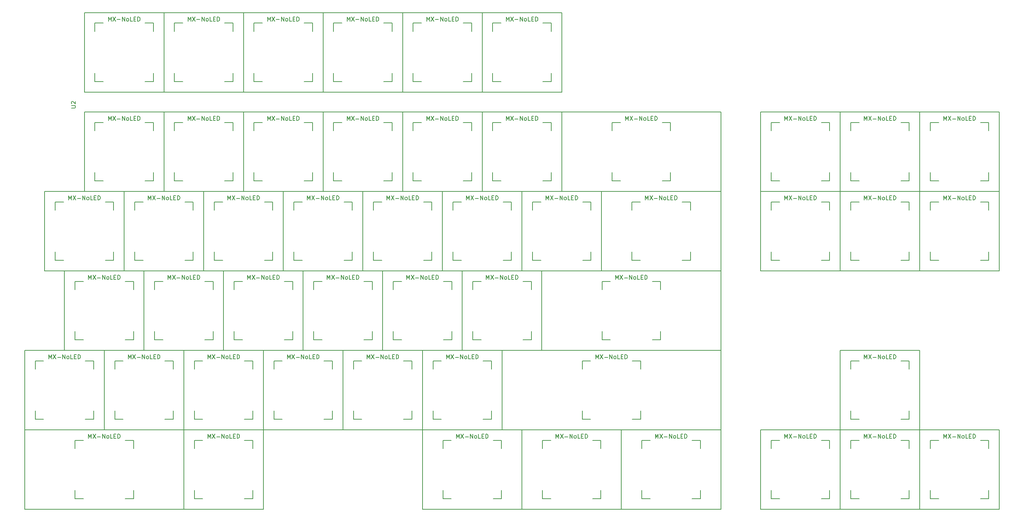
<source format=gbr>
%TF.GenerationSoftware,KiCad,Pcbnew,7.0.5*%
%TF.CreationDate,2023-06-22T07:54:55+00:00*%
%TF.ProjectId,Entry-right,456e7472-792d-4726-9967-68742e6b6963,rev?*%
%TF.SameCoordinates,Original*%
%TF.FileFunction,OtherDrawing,Comment*%
%FSLAX46Y46*%
G04 Gerber Fmt 4.6, Leading zero omitted, Abs format (unit mm)*
G04 Created by KiCad (PCBNEW 7.0.5) date 2023-06-22 07:54:55*
%MOMM*%
%LPD*%
G01*
G04 APERTURE LIST*
%ADD10C,0.150000*%
G04 APERTURE END LIST*
D10*
%TO.C,MX17*%
X99425595Y-72527319D02*
X99425595Y-71527319D01*
X99425595Y-71527319D02*
X99758928Y-72241604D01*
X99758928Y-72241604D02*
X100092261Y-71527319D01*
X100092261Y-71527319D02*
X100092261Y-72527319D01*
X100473214Y-71527319D02*
X101139880Y-72527319D01*
X101139880Y-71527319D02*
X100473214Y-72527319D01*
X101520833Y-72146366D02*
X102282738Y-72146366D01*
X102758928Y-72527319D02*
X102758928Y-71527319D01*
X102758928Y-71527319D02*
X103330356Y-72527319D01*
X103330356Y-72527319D02*
X103330356Y-71527319D01*
X103949404Y-72527319D02*
X103854166Y-72479700D01*
X103854166Y-72479700D02*
X103806547Y-72432080D01*
X103806547Y-72432080D02*
X103758928Y-72336842D01*
X103758928Y-72336842D02*
X103758928Y-72051128D01*
X103758928Y-72051128D02*
X103806547Y-71955890D01*
X103806547Y-71955890D02*
X103854166Y-71908271D01*
X103854166Y-71908271D02*
X103949404Y-71860652D01*
X103949404Y-71860652D02*
X104092261Y-71860652D01*
X104092261Y-71860652D02*
X104187499Y-71908271D01*
X104187499Y-71908271D02*
X104235118Y-71955890D01*
X104235118Y-71955890D02*
X104282737Y-72051128D01*
X104282737Y-72051128D02*
X104282737Y-72336842D01*
X104282737Y-72336842D02*
X104235118Y-72432080D01*
X104235118Y-72432080D02*
X104187499Y-72479700D01*
X104187499Y-72479700D02*
X104092261Y-72527319D01*
X104092261Y-72527319D02*
X103949404Y-72527319D01*
X105187499Y-72527319D02*
X104711309Y-72527319D01*
X104711309Y-72527319D02*
X104711309Y-71527319D01*
X105520833Y-72003509D02*
X105854166Y-72003509D01*
X105997023Y-72527319D02*
X105520833Y-72527319D01*
X105520833Y-72527319D02*
X105520833Y-71527319D01*
X105520833Y-71527319D02*
X105997023Y-71527319D01*
X106425595Y-72527319D02*
X106425595Y-71527319D01*
X106425595Y-71527319D02*
X106663690Y-71527319D01*
X106663690Y-71527319D02*
X106806547Y-71574938D01*
X106806547Y-71574938D02*
X106901785Y-71670176D01*
X106901785Y-71670176D02*
X106949404Y-71765414D01*
X106949404Y-71765414D02*
X106997023Y-71955890D01*
X106997023Y-71955890D02*
X106997023Y-72098747D01*
X106997023Y-72098747D02*
X106949404Y-72289223D01*
X106949404Y-72289223D02*
X106901785Y-72384461D01*
X106901785Y-72384461D02*
X106806547Y-72479700D01*
X106806547Y-72479700D02*
X106663690Y-72527319D01*
X106663690Y-72527319D02*
X106425595Y-72527319D01*
%TO.C,MX21*%
X180388095Y-72527319D02*
X180388095Y-71527319D01*
X180388095Y-71527319D02*
X180721428Y-72241604D01*
X180721428Y-72241604D02*
X181054761Y-71527319D01*
X181054761Y-71527319D02*
X181054761Y-72527319D01*
X181435714Y-71527319D02*
X182102380Y-72527319D01*
X182102380Y-71527319D02*
X181435714Y-72527319D01*
X182483333Y-72146366D02*
X183245238Y-72146366D01*
X183721428Y-72527319D02*
X183721428Y-71527319D01*
X183721428Y-71527319D02*
X184292856Y-72527319D01*
X184292856Y-72527319D02*
X184292856Y-71527319D01*
X184911904Y-72527319D02*
X184816666Y-72479700D01*
X184816666Y-72479700D02*
X184769047Y-72432080D01*
X184769047Y-72432080D02*
X184721428Y-72336842D01*
X184721428Y-72336842D02*
X184721428Y-72051128D01*
X184721428Y-72051128D02*
X184769047Y-71955890D01*
X184769047Y-71955890D02*
X184816666Y-71908271D01*
X184816666Y-71908271D02*
X184911904Y-71860652D01*
X184911904Y-71860652D02*
X185054761Y-71860652D01*
X185054761Y-71860652D02*
X185149999Y-71908271D01*
X185149999Y-71908271D02*
X185197618Y-71955890D01*
X185197618Y-71955890D02*
X185245237Y-72051128D01*
X185245237Y-72051128D02*
X185245237Y-72336842D01*
X185245237Y-72336842D02*
X185197618Y-72432080D01*
X185197618Y-72432080D02*
X185149999Y-72479700D01*
X185149999Y-72479700D02*
X185054761Y-72527319D01*
X185054761Y-72527319D02*
X184911904Y-72527319D01*
X186149999Y-72527319D02*
X185673809Y-72527319D01*
X185673809Y-72527319D02*
X185673809Y-71527319D01*
X186483333Y-72003509D02*
X186816666Y-72003509D01*
X186959523Y-72527319D02*
X186483333Y-72527319D01*
X186483333Y-72527319D02*
X186483333Y-71527319D01*
X186483333Y-71527319D02*
X186959523Y-71527319D01*
X187388095Y-72527319D02*
X187388095Y-71527319D01*
X187388095Y-71527319D02*
X187626190Y-71527319D01*
X187626190Y-71527319D02*
X187769047Y-71574938D01*
X187769047Y-71574938D02*
X187864285Y-71670176D01*
X187864285Y-71670176D02*
X187911904Y-71765414D01*
X187911904Y-71765414D02*
X187959523Y-71955890D01*
X187959523Y-71955890D02*
X187959523Y-72098747D01*
X187959523Y-72098747D02*
X187911904Y-72289223D01*
X187911904Y-72289223D02*
X187864285Y-72384461D01*
X187864285Y-72384461D02*
X187769047Y-72479700D01*
X187769047Y-72479700D02*
X187626190Y-72527319D01*
X187626190Y-72527319D02*
X187388095Y-72527319D01*
%TO.C,MX33*%
X113713095Y-110627319D02*
X113713095Y-109627319D01*
X113713095Y-109627319D02*
X114046428Y-110341604D01*
X114046428Y-110341604D02*
X114379761Y-109627319D01*
X114379761Y-109627319D02*
X114379761Y-110627319D01*
X114760714Y-109627319D02*
X115427380Y-110627319D01*
X115427380Y-109627319D02*
X114760714Y-110627319D01*
X115808333Y-110246366D02*
X116570238Y-110246366D01*
X117046428Y-110627319D02*
X117046428Y-109627319D01*
X117046428Y-109627319D02*
X117617856Y-110627319D01*
X117617856Y-110627319D02*
X117617856Y-109627319D01*
X118236904Y-110627319D02*
X118141666Y-110579700D01*
X118141666Y-110579700D02*
X118094047Y-110532080D01*
X118094047Y-110532080D02*
X118046428Y-110436842D01*
X118046428Y-110436842D02*
X118046428Y-110151128D01*
X118046428Y-110151128D02*
X118094047Y-110055890D01*
X118094047Y-110055890D02*
X118141666Y-110008271D01*
X118141666Y-110008271D02*
X118236904Y-109960652D01*
X118236904Y-109960652D02*
X118379761Y-109960652D01*
X118379761Y-109960652D02*
X118474999Y-110008271D01*
X118474999Y-110008271D02*
X118522618Y-110055890D01*
X118522618Y-110055890D02*
X118570237Y-110151128D01*
X118570237Y-110151128D02*
X118570237Y-110436842D01*
X118570237Y-110436842D02*
X118522618Y-110532080D01*
X118522618Y-110532080D02*
X118474999Y-110579700D01*
X118474999Y-110579700D02*
X118379761Y-110627319D01*
X118379761Y-110627319D02*
X118236904Y-110627319D01*
X119474999Y-110627319D02*
X118998809Y-110627319D01*
X118998809Y-110627319D02*
X118998809Y-109627319D01*
X119808333Y-110103509D02*
X120141666Y-110103509D01*
X120284523Y-110627319D02*
X119808333Y-110627319D01*
X119808333Y-110627319D02*
X119808333Y-109627319D01*
X119808333Y-109627319D02*
X120284523Y-109627319D01*
X120713095Y-110627319D02*
X120713095Y-109627319D01*
X120713095Y-109627319D02*
X120951190Y-109627319D01*
X120951190Y-109627319D02*
X121094047Y-109674938D01*
X121094047Y-109674938D02*
X121189285Y-109770176D01*
X121189285Y-109770176D02*
X121236904Y-109865414D01*
X121236904Y-109865414D02*
X121284523Y-110055890D01*
X121284523Y-110055890D02*
X121284523Y-110198747D01*
X121284523Y-110198747D02*
X121236904Y-110389223D01*
X121236904Y-110389223D02*
X121189285Y-110484461D01*
X121189285Y-110484461D02*
X121094047Y-110579700D01*
X121094047Y-110579700D02*
X120951190Y-110627319D01*
X120951190Y-110627319D02*
X120713095Y-110627319D01*
%TO.C,MX8*%
X70850595Y-53477319D02*
X70850595Y-52477319D01*
X70850595Y-52477319D02*
X71183928Y-53191604D01*
X71183928Y-53191604D02*
X71517261Y-52477319D01*
X71517261Y-52477319D02*
X71517261Y-53477319D01*
X71898214Y-52477319D02*
X72564880Y-53477319D01*
X72564880Y-52477319D02*
X71898214Y-53477319D01*
X72945833Y-53096366D02*
X73707738Y-53096366D01*
X74183928Y-53477319D02*
X74183928Y-52477319D01*
X74183928Y-52477319D02*
X74755356Y-53477319D01*
X74755356Y-53477319D02*
X74755356Y-52477319D01*
X75374404Y-53477319D02*
X75279166Y-53429700D01*
X75279166Y-53429700D02*
X75231547Y-53382080D01*
X75231547Y-53382080D02*
X75183928Y-53286842D01*
X75183928Y-53286842D02*
X75183928Y-53001128D01*
X75183928Y-53001128D02*
X75231547Y-52905890D01*
X75231547Y-52905890D02*
X75279166Y-52858271D01*
X75279166Y-52858271D02*
X75374404Y-52810652D01*
X75374404Y-52810652D02*
X75517261Y-52810652D01*
X75517261Y-52810652D02*
X75612499Y-52858271D01*
X75612499Y-52858271D02*
X75660118Y-52905890D01*
X75660118Y-52905890D02*
X75707737Y-53001128D01*
X75707737Y-53001128D02*
X75707737Y-53286842D01*
X75707737Y-53286842D02*
X75660118Y-53382080D01*
X75660118Y-53382080D02*
X75612499Y-53429700D01*
X75612499Y-53429700D02*
X75517261Y-53477319D01*
X75517261Y-53477319D02*
X75374404Y-53477319D01*
X76612499Y-53477319D02*
X76136309Y-53477319D01*
X76136309Y-53477319D02*
X76136309Y-52477319D01*
X76945833Y-52953509D02*
X77279166Y-52953509D01*
X77422023Y-53477319D02*
X76945833Y-53477319D01*
X76945833Y-53477319D02*
X76945833Y-52477319D01*
X76945833Y-52477319D02*
X77422023Y-52477319D01*
X77850595Y-53477319D02*
X77850595Y-52477319D01*
X77850595Y-52477319D02*
X78088690Y-52477319D01*
X78088690Y-52477319D02*
X78231547Y-52524938D01*
X78231547Y-52524938D02*
X78326785Y-52620176D01*
X78326785Y-52620176D02*
X78374404Y-52715414D01*
X78374404Y-52715414D02*
X78422023Y-52905890D01*
X78422023Y-52905890D02*
X78422023Y-53048747D01*
X78422023Y-53048747D02*
X78374404Y-53239223D01*
X78374404Y-53239223D02*
X78326785Y-53334461D01*
X78326785Y-53334461D02*
X78231547Y-53429700D01*
X78231547Y-53429700D02*
X78088690Y-53477319D01*
X78088690Y-53477319D02*
X77850595Y-53477319D01*
%TO.C,MX36*%
X47038095Y-129677319D02*
X47038095Y-128677319D01*
X47038095Y-128677319D02*
X47371428Y-129391604D01*
X47371428Y-129391604D02*
X47704761Y-128677319D01*
X47704761Y-128677319D02*
X47704761Y-129677319D01*
X48085714Y-128677319D02*
X48752380Y-129677319D01*
X48752380Y-128677319D02*
X48085714Y-129677319D01*
X49133333Y-129296366D02*
X49895238Y-129296366D01*
X50371428Y-129677319D02*
X50371428Y-128677319D01*
X50371428Y-128677319D02*
X50942856Y-129677319D01*
X50942856Y-129677319D02*
X50942856Y-128677319D01*
X51561904Y-129677319D02*
X51466666Y-129629700D01*
X51466666Y-129629700D02*
X51419047Y-129582080D01*
X51419047Y-129582080D02*
X51371428Y-129486842D01*
X51371428Y-129486842D02*
X51371428Y-129201128D01*
X51371428Y-129201128D02*
X51419047Y-129105890D01*
X51419047Y-129105890D02*
X51466666Y-129058271D01*
X51466666Y-129058271D02*
X51561904Y-129010652D01*
X51561904Y-129010652D02*
X51704761Y-129010652D01*
X51704761Y-129010652D02*
X51799999Y-129058271D01*
X51799999Y-129058271D02*
X51847618Y-129105890D01*
X51847618Y-129105890D02*
X51895237Y-129201128D01*
X51895237Y-129201128D02*
X51895237Y-129486842D01*
X51895237Y-129486842D02*
X51847618Y-129582080D01*
X51847618Y-129582080D02*
X51799999Y-129629700D01*
X51799999Y-129629700D02*
X51704761Y-129677319D01*
X51704761Y-129677319D02*
X51561904Y-129677319D01*
X52799999Y-129677319D02*
X52323809Y-129677319D01*
X52323809Y-129677319D02*
X52323809Y-128677319D01*
X53133333Y-129153509D02*
X53466666Y-129153509D01*
X53609523Y-129677319D02*
X53133333Y-129677319D01*
X53133333Y-129677319D02*
X53133333Y-128677319D01*
X53133333Y-128677319D02*
X53609523Y-128677319D01*
X54038095Y-129677319D02*
X54038095Y-128677319D01*
X54038095Y-128677319D02*
X54276190Y-128677319D01*
X54276190Y-128677319D02*
X54419047Y-128724938D01*
X54419047Y-128724938D02*
X54514285Y-128820176D01*
X54514285Y-128820176D02*
X54561904Y-128915414D01*
X54561904Y-128915414D02*
X54609523Y-129105890D01*
X54609523Y-129105890D02*
X54609523Y-129248747D01*
X54609523Y-129248747D02*
X54561904Y-129439223D01*
X54561904Y-129439223D02*
X54514285Y-129534461D01*
X54514285Y-129534461D02*
X54419047Y-129629700D01*
X54419047Y-129629700D02*
X54276190Y-129677319D01*
X54276190Y-129677319D02*
X54038095Y-129677319D01*
%TO.C,MX42*%
X232775595Y-53477319D02*
X232775595Y-52477319D01*
X232775595Y-52477319D02*
X233108928Y-53191604D01*
X233108928Y-53191604D02*
X233442261Y-52477319D01*
X233442261Y-52477319D02*
X233442261Y-53477319D01*
X233823214Y-52477319D02*
X234489880Y-53477319D01*
X234489880Y-52477319D02*
X233823214Y-53477319D01*
X234870833Y-53096366D02*
X235632738Y-53096366D01*
X236108928Y-53477319D02*
X236108928Y-52477319D01*
X236108928Y-52477319D02*
X236680356Y-53477319D01*
X236680356Y-53477319D02*
X236680356Y-52477319D01*
X237299404Y-53477319D02*
X237204166Y-53429700D01*
X237204166Y-53429700D02*
X237156547Y-53382080D01*
X237156547Y-53382080D02*
X237108928Y-53286842D01*
X237108928Y-53286842D02*
X237108928Y-53001128D01*
X237108928Y-53001128D02*
X237156547Y-52905890D01*
X237156547Y-52905890D02*
X237204166Y-52858271D01*
X237204166Y-52858271D02*
X237299404Y-52810652D01*
X237299404Y-52810652D02*
X237442261Y-52810652D01*
X237442261Y-52810652D02*
X237537499Y-52858271D01*
X237537499Y-52858271D02*
X237585118Y-52905890D01*
X237585118Y-52905890D02*
X237632737Y-53001128D01*
X237632737Y-53001128D02*
X237632737Y-53286842D01*
X237632737Y-53286842D02*
X237585118Y-53382080D01*
X237585118Y-53382080D02*
X237537499Y-53429700D01*
X237537499Y-53429700D02*
X237442261Y-53477319D01*
X237442261Y-53477319D02*
X237299404Y-53477319D01*
X238537499Y-53477319D02*
X238061309Y-53477319D01*
X238061309Y-53477319D02*
X238061309Y-52477319D01*
X238870833Y-52953509D02*
X239204166Y-52953509D01*
X239347023Y-53477319D02*
X238870833Y-53477319D01*
X238870833Y-53477319D02*
X238870833Y-52477319D01*
X238870833Y-52477319D02*
X239347023Y-52477319D01*
X239775595Y-53477319D02*
X239775595Y-52477319D01*
X239775595Y-52477319D02*
X240013690Y-52477319D01*
X240013690Y-52477319D02*
X240156547Y-52524938D01*
X240156547Y-52524938D02*
X240251785Y-52620176D01*
X240251785Y-52620176D02*
X240299404Y-52715414D01*
X240299404Y-52715414D02*
X240347023Y-52905890D01*
X240347023Y-52905890D02*
X240347023Y-53048747D01*
X240347023Y-53048747D02*
X240299404Y-53239223D01*
X240299404Y-53239223D02*
X240251785Y-53334461D01*
X240251785Y-53334461D02*
X240156547Y-53429700D01*
X240156547Y-53429700D02*
X240013690Y-53477319D01*
X240013690Y-53477319D02*
X239775595Y-53477319D01*
%TO.C,MX46*%
X251825595Y-72527319D02*
X251825595Y-71527319D01*
X251825595Y-71527319D02*
X252158928Y-72241604D01*
X252158928Y-72241604D02*
X252492261Y-71527319D01*
X252492261Y-71527319D02*
X252492261Y-72527319D01*
X252873214Y-71527319D02*
X253539880Y-72527319D01*
X253539880Y-71527319D02*
X252873214Y-72527319D01*
X253920833Y-72146366D02*
X254682738Y-72146366D01*
X255158928Y-72527319D02*
X255158928Y-71527319D01*
X255158928Y-71527319D02*
X255730356Y-72527319D01*
X255730356Y-72527319D02*
X255730356Y-71527319D01*
X256349404Y-72527319D02*
X256254166Y-72479700D01*
X256254166Y-72479700D02*
X256206547Y-72432080D01*
X256206547Y-72432080D02*
X256158928Y-72336842D01*
X256158928Y-72336842D02*
X256158928Y-72051128D01*
X256158928Y-72051128D02*
X256206547Y-71955890D01*
X256206547Y-71955890D02*
X256254166Y-71908271D01*
X256254166Y-71908271D02*
X256349404Y-71860652D01*
X256349404Y-71860652D02*
X256492261Y-71860652D01*
X256492261Y-71860652D02*
X256587499Y-71908271D01*
X256587499Y-71908271D02*
X256635118Y-71955890D01*
X256635118Y-71955890D02*
X256682737Y-72051128D01*
X256682737Y-72051128D02*
X256682737Y-72336842D01*
X256682737Y-72336842D02*
X256635118Y-72432080D01*
X256635118Y-72432080D02*
X256587499Y-72479700D01*
X256587499Y-72479700D02*
X256492261Y-72527319D01*
X256492261Y-72527319D02*
X256349404Y-72527319D01*
X257587499Y-72527319D02*
X257111309Y-72527319D01*
X257111309Y-72527319D02*
X257111309Y-71527319D01*
X257920833Y-72003509D02*
X258254166Y-72003509D01*
X258397023Y-72527319D02*
X257920833Y-72527319D01*
X257920833Y-72527319D02*
X257920833Y-71527319D01*
X257920833Y-71527319D02*
X258397023Y-71527319D01*
X258825595Y-72527319D02*
X258825595Y-71527319D01*
X258825595Y-71527319D02*
X259063690Y-71527319D01*
X259063690Y-71527319D02*
X259206547Y-71574938D01*
X259206547Y-71574938D02*
X259301785Y-71670176D01*
X259301785Y-71670176D02*
X259349404Y-71765414D01*
X259349404Y-71765414D02*
X259397023Y-71955890D01*
X259397023Y-71955890D02*
X259397023Y-72098747D01*
X259397023Y-72098747D02*
X259349404Y-72289223D01*
X259349404Y-72289223D02*
X259301785Y-72384461D01*
X259301785Y-72384461D02*
X259206547Y-72479700D01*
X259206547Y-72479700D02*
X259063690Y-72527319D01*
X259063690Y-72527319D02*
X258825595Y-72527319D01*
%TO.C,MX32*%
X94663095Y-110627319D02*
X94663095Y-109627319D01*
X94663095Y-109627319D02*
X94996428Y-110341604D01*
X94996428Y-110341604D02*
X95329761Y-109627319D01*
X95329761Y-109627319D02*
X95329761Y-110627319D01*
X95710714Y-109627319D02*
X96377380Y-110627319D01*
X96377380Y-109627319D02*
X95710714Y-110627319D01*
X96758333Y-110246366D02*
X97520238Y-110246366D01*
X97996428Y-110627319D02*
X97996428Y-109627319D01*
X97996428Y-109627319D02*
X98567856Y-110627319D01*
X98567856Y-110627319D02*
X98567856Y-109627319D01*
X99186904Y-110627319D02*
X99091666Y-110579700D01*
X99091666Y-110579700D02*
X99044047Y-110532080D01*
X99044047Y-110532080D02*
X98996428Y-110436842D01*
X98996428Y-110436842D02*
X98996428Y-110151128D01*
X98996428Y-110151128D02*
X99044047Y-110055890D01*
X99044047Y-110055890D02*
X99091666Y-110008271D01*
X99091666Y-110008271D02*
X99186904Y-109960652D01*
X99186904Y-109960652D02*
X99329761Y-109960652D01*
X99329761Y-109960652D02*
X99424999Y-110008271D01*
X99424999Y-110008271D02*
X99472618Y-110055890D01*
X99472618Y-110055890D02*
X99520237Y-110151128D01*
X99520237Y-110151128D02*
X99520237Y-110436842D01*
X99520237Y-110436842D02*
X99472618Y-110532080D01*
X99472618Y-110532080D02*
X99424999Y-110579700D01*
X99424999Y-110579700D02*
X99329761Y-110627319D01*
X99329761Y-110627319D02*
X99186904Y-110627319D01*
X100424999Y-110627319D02*
X99948809Y-110627319D01*
X99948809Y-110627319D02*
X99948809Y-109627319D01*
X100758333Y-110103509D02*
X101091666Y-110103509D01*
X101234523Y-110627319D02*
X100758333Y-110627319D01*
X100758333Y-110627319D02*
X100758333Y-109627319D01*
X100758333Y-109627319D02*
X101234523Y-109627319D01*
X101663095Y-110627319D02*
X101663095Y-109627319D01*
X101663095Y-109627319D02*
X101901190Y-109627319D01*
X101901190Y-109627319D02*
X102044047Y-109674938D01*
X102044047Y-109674938D02*
X102139285Y-109770176D01*
X102139285Y-109770176D02*
X102186904Y-109865414D01*
X102186904Y-109865414D02*
X102234523Y-110055890D01*
X102234523Y-110055890D02*
X102234523Y-110198747D01*
X102234523Y-110198747D02*
X102186904Y-110389223D01*
X102186904Y-110389223D02*
X102139285Y-110484461D01*
X102139285Y-110484461D02*
X102044047Y-110579700D01*
X102044047Y-110579700D02*
X101901190Y-110627319D01*
X101901190Y-110627319D02*
X101663095Y-110627319D01*
%TO.C,MX23*%
X66088095Y-91577319D02*
X66088095Y-90577319D01*
X66088095Y-90577319D02*
X66421428Y-91291604D01*
X66421428Y-91291604D02*
X66754761Y-90577319D01*
X66754761Y-90577319D02*
X66754761Y-91577319D01*
X67135714Y-90577319D02*
X67802380Y-91577319D01*
X67802380Y-90577319D02*
X67135714Y-91577319D01*
X68183333Y-91196366D02*
X68945238Y-91196366D01*
X69421428Y-91577319D02*
X69421428Y-90577319D01*
X69421428Y-90577319D02*
X69992856Y-91577319D01*
X69992856Y-91577319D02*
X69992856Y-90577319D01*
X70611904Y-91577319D02*
X70516666Y-91529700D01*
X70516666Y-91529700D02*
X70469047Y-91482080D01*
X70469047Y-91482080D02*
X70421428Y-91386842D01*
X70421428Y-91386842D02*
X70421428Y-91101128D01*
X70421428Y-91101128D02*
X70469047Y-91005890D01*
X70469047Y-91005890D02*
X70516666Y-90958271D01*
X70516666Y-90958271D02*
X70611904Y-90910652D01*
X70611904Y-90910652D02*
X70754761Y-90910652D01*
X70754761Y-90910652D02*
X70849999Y-90958271D01*
X70849999Y-90958271D02*
X70897618Y-91005890D01*
X70897618Y-91005890D02*
X70945237Y-91101128D01*
X70945237Y-91101128D02*
X70945237Y-91386842D01*
X70945237Y-91386842D02*
X70897618Y-91482080D01*
X70897618Y-91482080D02*
X70849999Y-91529700D01*
X70849999Y-91529700D02*
X70754761Y-91577319D01*
X70754761Y-91577319D02*
X70611904Y-91577319D01*
X71849999Y-91577319D02*
X71373809Y-91577319D01*
X71373809Y-91577319D02*
X71373809Y-90577319D01*
X72183333Y-91053509D02*
X72516666Y-91053509D01*
X72659523Y-91577319D02*
X72183333Y-91577319D01*
X72183333Y-91577319D02*
X72183333Y-90577319D01*
X72183333Y-90577319D02*
X72659523Y-90577319D01*
X73088095Y-91577319D02*
X73088095Y-90577319D01*
X73088095Y-90577319D02*
X73326190Y-90577319D01*
X73326190Y-90577319D02*
X73469047Y-90624938D01*
X73469047Y-90624938D02*
X73564285Y-90720176D01*
X73564285Y-90720176D02*
X73611904Y-90815414D01*
X73611904Y-90815414D02*
X73659523Y-91005890D01*
X73659523Y-91005890D02*
X73659523Y-91148747D01*
X73659523Y-91148747D02*
X73611904Y-91339223D01*
X73611904Y-91339223D02*
X73564285Y-91434461D01*
X73564285Y-91434461D02*
X73469047Y-91529700D01*
X73469047Y-91529700D02*
X73326190Y-91577319D01*
X73326190Y-91577319D02*
X73088095Y-91577319D01*
%TO.C,MX37*%
X75613095Y-129677319D02*
X75613095Y-128677319D01*
X75613095Y-128677319D02*
X75946428Y-129391604D01*
X75946428Y-129391604D02*
X76279761Y-128677319D01*
X76279761Y-128677319D02*
X76279761Y-129677319D01*
X76660714Y-128677319D02*
X77327380Y-129677319D01*
X77327380Y-128677319D02*
X76660714Y-129677319D01*
X77708333Y-129296366D02*
X78470238Y-129296366D01*
X78946428Y-129677319D02*
X78946428Y-128677319D01*
X78946428Y-128677319D02*
X79517856Y-129677319D01*
X79517856Y-129677319D02*
X79517856Y-128677319D01*
X80136904Y-129677319D02*
X80041666Y-129629700D01*
X80041666Y-129629700D02*
X79994047Y-129582080D01*
X79994047Y-129582080D02*
X79946428Y-129486842D01*
X79946428Y-129486842D02*
X79946428Y-129201128D01*
X79946428Y-129201128D02*
X79994047Y-129105890D01*
X79994047Y-129105890D02*
X80041666Y-129058271D01*
X80041666Y-129058271D02*
X80136904Y-129010652D01*
X80136904Y-129010652D02*
X80279761Y-129010652D01*
X80279761Y-129010652D02*
X80374999Y-129058271D01*
X80374999Y-129058271D02*
X80422618Y-129105890D01*
X80422618Y-129105890D02*
X80470237Y-129201128D01*
X80470237Y-129201128D02*
X80470237Y-129486842D01*
X80470237Y-129486842D02*
X80422618Y-129582080D01*
X80422618Y-129582080D02*
X80374999Y-129629700D01*
X80374999Y-129629700D02*
X80279761Y-129677319D01*
X80279761Y-129677319D02*
X80136904Y-129677319D01*
X81374999Y-129677319D02*
X80898809Y-129677319D01*
X80898809Y-129677319D02*
X80898809Y-128677319D01*
X81708333Y-129153509D02*
X82041666Y-129153509D01*
X82184523Y-129677319D02*
X81708333Y-129677319D01*
X81708333Y-129677319D02*
X81708333Y-128677319D01*
X81708333Y-128677319D02*
X82184523Y-128677319D01*
X82613095Y-129677319D02*
X82613095Y-128677319D01*
X82613095Y-128677319D02*
X82851190Y-128677319D01*
X82851190Y-128677319D02*
X82994047Y-128724938D01*
X82994047Y-128724938D02*
X83089285Y-128820176D01*
X83089285Y-128820176D02*
X83136904Y-128915414D01*
X83136904Y-128915414D02*
X83184523Y-129105890D01*
X83184523Y-129105890D02*
X83184523Y-129248747D01*
X83184523Y-129248747D02*
X83136904Y-129439223D01*
X83136904Y-129439223D02*
X83089285Y-129534461D01*
X83089285Y-129534461D02*
X82994047Y-129629700D01*
X82994047Y-129629700D02*
X82851190Y-129677319D01*
X82851190Y-129677319D02*
X82613095Y-129677319D01*
%TO.C,MX45*%
X232775595Y-72527319D02*
X232775595Y-71527319D01*
X232775595Y-71527319D02*
X233108928Y-72241604D01*
X233108928Y-72241604D02*
X233442261Y-71527319D01*
X233442261Y-71527319D02*
X233442261Y-72527319D01*
X233823214Y-71527319D02*
X234489880Y-72527319D01*
X234489880Y-71527319D02*
X233823214Y-72527319D01*
X234870833Y-72146366D02*
X235632738Y-72146366D01*
X236108928Y-72527319D02*
X236108928Y-71527319D01*
X236108928Y-71527319D02*
X236680356Y-72527319D01*
X236680356Y-72527319D02*
X236680356Y-71527319D01*
X237299404Y-72527319D02*
X237204166Y-72479700D01*
X237204166Y-72479700D02*
X237156547Y-72432080D01*
X237156547Y-72432080D02*
X237108928Y-72336842D01*
X237108928Y-72336842D02*
X237108928Y-72051128D01*
X237108928Y-72051128D02*
X237156547Y-71955890D01*
X237156547Y-71955890D02*
X237204166Y-71908271D01*
X237204166Y-71908271D02*
X237299404Y-71860652D01*
X237299404Y-71860652D02*
X237442261Y-71860652D01*
X237442261Y-71860652D02*
X237537499Y-71908271D01*
X237537499Y-71908271D02*
X237585118Y-71955890D01*
X237585118Y-71955890D02*
X237632737Y-72051128D01*
X237632737Y-72051128D02*
X237632737Y-72336842D01*
X237632737Y-72336842D02*
X237585118Y-72432080D01*
X237585118Y-72432080D02*
X237537499Y-72479700D01*
X237537499Y-72479700D02*
X237442261Y-72527319D01*
X237442261Y-72527319D02*
X237299404Y-72527319D01*
X238537499Y-72527319D02*
X238061309Y-72527319D01*
X238061309Y-72527319D02*
X238061309Y-71527319D01*
X238870833Y-72003509D02*
X239204166Y-72003509D01*
X239347023Y-72527319D02*
X238870833Y-72527319D01*
X238870833Y-72527319D02*
X238870833Y-71527319D01*
X238870833Y-71527319D02*
X239347023Y-71527319D01*
X239775595Y-72527319D02*
X239775595Y-71527319D01*
X239775595Y-71527319D02*
X240013690Y-71527319D01*
X240013690Y-71527319D02*
X240156547Y-71574938D01*
X240156547Y-71574938D02*
X240251785Y-71670176D01*
X240251785Y-71670176D02*
X240299404Y-71765414D01*
X240299404Y-71765414D02*
X240347023Y-71955890D01*
X240347023Y-71955890D02*
X240347023Y-72098747D01*
X240347023Y-72098747D02*
X240299404Y-72289223D01*
X240299404Y-72289223D02*
X240251785Y-72384461D01*
X240251785Y-72384461D02*
X240156547Y-72479700D01*
X240156547Y-72479700D02*
X240013690Y-72527319D01*
X240013690Y-72527319D02*
X239775595Y-72527319D01*
%TO.C,MX27*%
X142288095Y-91577319D02*
X142288095Y-90577319D01*
X142288095Y-90577319D02*
X142621428Y-91291604D01*
X142621428Y-91291604D02*
X142954761Y-90577319D01*
X142954761Y-90577319D02*
X142954761Y-91577319D01*
X143335714Y-90577319D02*
X144002380Y-91577319D01*
X144002380Y-90577319D02*
X143335714Y-91577319D01*
X144383333Y-91196366D02*
X145145238Y-91196366D01*
X145621428Y-91577319D02*
X145621428Y-90577319D01*
X145621428Y-90577319D02*
X146192856Y-91577319D01*
X146192856Y-91577319D02*
X146192856Y-90577319D01*
X146811904Y-91577319D02*
X146716666Y-91529700D01*
X146716666Y-91529700D02*
X146669047Y-91482080D01*
X146669047Y-91482080D02*
X146621428Y-91386842D01*
X146621428Y-91386842D02*
X146621428Y-91101128D01*
X146621428Y-91101128D02*
X146669047Y-91005890D01*
X146669047Y-91005890D02*
X146716666Y-90958271D01*
X146716666Y-90958271D02*
X146811904Y-90910652D01*
X146811904Y-90910652D02*
X146954761Y-90910652D01*
X146954761Y-90910652D02*
X147049999Y-90958271D01*
X147049999Y-90958271D02*
X147097618Y-91005890D01*
X147097618Y-91005890D02*
X147145237Y-91101128D01*
X147145237Y-91101128D02*
X147145237Y-91386842D01*
X147145237Y-91386842D02*
X147097618Y-91482080D01*
X147097618Y-91482080D02*
X147049999Y-91529700D01*
X147049999Y-91529700D02*
X146954761Y-91577319D01*
X146954761Y-91577319D02*
X146811904Y-91577319D01*
X148049999Y-91577319D02*
X147573809Y-91577319D01*
X147573809Y-91577319D02*
X147573809Y-90577319D01*
X148383333Y-91053509D02*
X148716666Y-91053509D01*
X148859523Y-91577319D02*
X148383333Y-91577319D01*
X148383333Y-91577319D02*
X148383333Y-90577319D01*
X148383333Y-90577319D02*
X148859523Y-90577319D01*
X149288095Y-91577319D02*
X149288095Y-90577319D01*
X149288095Y-90577319D02*
X149526190Y-90577319D01*
X149526190Y-90577319D02*
X149669047Y-90624938D01*
X149669047Y-90624938D02*
X149764285Y-90720176D01*
X149764285Y-90720176D02*
X149811904Y-90815414D01*
X149811904Y-90815414D02*
X149859523Y-91005890D01*
X149859523Y-91005890D02*
X149859523Y-91148747D01*
X149859523Y-91148747D02*
X149811904Y-91339223D01*
X149811904Y-91339223D02*
X149764285Y-91434461D01*
X149764285Y-91434461D02*
X149669047Y-91529700D01*
X149669047Y-91529700D02*
X149526190Y-91577319D01*
X149526190Y-91577319D02*
X149288095Y-91577319D01*
%TO.C,MX4*%
X108950595Y-29664819D02*
X108950595Y-28664819D01*
X108950595Y-28664819D02*
X109283928Y-29379104D01*
X109283928Y-29379104D02*
X109617261Y-28664819D01*
X109617261Y-28664819D02*
X109617261Y-29664819D01*
X109998214Y-28664819D02*
X110664880Y-29664819D01*
X110664880Y-28664819D02*
X109998214Y-29664819D01*
X111045833Y-29283866D02*
X111807738Y-29283866D01*
X112283928Y-29664819D02*
X112283928Y-28664819D01*
X112283928Y-28664819D02*
X112855356Y-29664819D01*
X112855356Y-29664819D02*
X112855356Y-28664819D01*
X113474404Y-29664819D02*
X113379166Y-29617200D01*
X113379166Y-29617200D02*
X113331547Y-29569580D01*
X113331547Y-29569580D02*
X113283928Y-29474342D01*
X113283928Y-29474342D02*
X113283928Y-29188628D01*
X113283928Y-29188628D02*
X113331547Y-29093390D01*
X113331547Y-29093390D02*
X113379166Y-29045771D01*
X113379166Y-29045771D02*
X113474404Y-28998152D01*
X113474404Y-28998152D02*
X113617261Y-28998152D01*
X113617261Y-28998152D02*
X113712499Y-29045771D01*
X113712499Y-29045771D02*
X113760118Y-29093390D01*
X113760118Y-29093390D02*
X113807737Y-29188628D01*
X113807737Y-29188628D02*
X113807737Y-29474342D01*
X113807737Y-29474342D02*
X113760118Y-29569580D01*
X113760118Y-29569580D02*
X113712499Y-29617200D01*
X113712499Y-29617200D02*
X113617261Y-29664819D01*
X113617261Y-29664819D02*
X113474404Y-29664819D01*
X114712499Y-29664819D02*
X114236309Y-29664819D01*
X114236309Y-29664819D02*
X114236309Y-28664819D01*
X115045833Y-29141009D02*
X115379166Y-29141009D01*
X115522023Y-29664819D02*
X115045833Y-29664819D01*
X115045833Y-29664819D02*
X115045833Y-28664819D01*
X115045833Y-28664819D02*
X115522023Y-28664819D01*
X115950595Y-29664819D02*
X115950595Y-28664819D01*
X115950595Y-28664819D02*
X116188690Y-28664819D01*
X116188690Y-28664819D02*
X116331547Y-28712438D01*
X116331547Y-28712438D02*
X116426785Y-28807676D01*
X116426785Y-28807676D02*
X116474404Y-28902914D01*
X116474404Y-28902914D02*
X116522023Y-29093390D01*
X116522023Y-29093390D02*
X116522023Y-29236247D01*
X116522023Y-29236247D02*
X116474404Y-29426723D01*
X116474404Y-29426723D02*
X116426785Y-29521961D01*
X116426785Y-29521961D02*
X116331547Y-29617200D01*
X116331547Y-29617200D02*
X116188690Y-29664819D01*
X116188690Y-29664819D02*
X115950595Y-29664819D01*
%TO.C,MX13*%
X175625595Y-53477319D02*
X175625595Y-52477319D01*
X175625595Y-52477319D02*
X175958928Y-53191604D01*
X175958928Y-53191604D02*
X176292261Y-52477319D01*
X176292261Y-52477319D02*
X176292261Y-53477319D01*
X176673214Y-52477319D02*
X177339880Y-53477319D01*
X177339880Y-52477319D02*
X176673214Y-53477319D01*
X177720833Y-53096366D02*
X178482738Y-53096366D01*
X178958928Y-53477319D02*
X178958928Y-52477319D01*
X178958928Y-52477319D02*
X179530356Y-53477319D01*
X179530356Y-53477319D02*
X179530356Y-52477319D01*
X180149404Y-53477319D02*
X180054166Y-53429700D01*
X180054166Y-53429700D02*
X180006547Y-53382080D01*
X180006547Y-53382080D02*
X179958928Y-53286842D01*
X179958928Y-53286842D02*
X179958928Y-53001128D01*
X179958928Y-53001128D02*
X180006547Y-52905890D01*
X180006547Y-52905890D02*
X180054166Y-52858271D01*
X180054166Y-52858271D02*
X180149404Y-52810652D01*
X180149404Y-52810652D02*
X180292261Y-52810652D01*
X180292261Y-52810652D02*
X180387499Y-52858271D01*
X180387499Y-52858271D02*
X180435118Y-52905890D01*
X180435118Y-52905890D02*
X180482737Y-53001128D01*
X180482737Y-53001128D02*
X180482737Y-53286842D01*
X180482737Y-53286842D02*
X180435118Y-53382080D01*
X180435118Y-53382080D02*
X180387499Y-53429700D01*
X180387499Y-53429700D02*
X180292261Y-53477319D01*
X180292261Y-53477319D02*
X180149404Y-53477319D01*
X181387499Y-53477319D02*
X180911309Y-53477319D01*
X180911309Y-53477319D02*
X180911309Y-52477319D01*
X181720833Y-52953509D02*
X182054166Y-52953509D01*
X182197023Y-53477319D02*
X181720833Y-53477319D01*
X181720833Y-53477319D02*
X181720833Y-52477319D01*
X181720833Y-52477319D02*
X182197023Y-52477319D01*
X182625595Y-53477319D02*
X182625595Y-52477319D01*
X182625595Y-52477319D02*
X182863690Y-52477319D01*
X182863690Y-52477319D02*
X183006547Y-52524938D01*
X183006547Y-52524938D02*
X183101785Y-52620176D01*
X183101785Y-52620176D02*
X183149404Y-52715414D01*
X183149404Y-52715414D02*
X183197023Y-52905890D01*
X183197023Y-52905890D02*
X183197023Y-53048747D01*
X183197023Y-53048747D02*
X183149404Y-53239223D01*
X183149404Y-53239223D02*
X183101785Y-53334461D01*
X183101785Y-53334461D02*
X183006547Y-53429700D01*
X183006547Y-53429700D02*
X182863690Y-53477319D01*
X182863690Y-53477319D02*
X182625595Y-53477319D01*
%TO.C,MX29*%
X37513095Y-110627319D02*
X37513095Y-109627319D01*
X37513095Y-109627319D02*
X37846428Y-110341604D01*
X37846428Y-110341604D02*
X38179761Y-109627319D01*
X38179761Y-109627319D02*
X38179761Y-110627319D01*
X38560714Y-109627319D02*
X39227380Y-110627319D01*
X39227380Y-109627319D02*
X38560714Y-110627319D01*
X39608333Y-110246366D02*
X40370238Y-110246366D01*
X40846428Y-110627319D02*
X40846428Y-109627319D01*
X40846428Y-109627319D02*
X41417856Y-110627319D01*
X41417856Y-110627319D02*
X41417856Y-109627319D01*
X42036904Y-110627319D02*
X41941666Y-110579700D01*
X41941666Y-110579700D02*
X41894047Y-110532080D01*
X41894047Y-110532080D02*
X41846428Y-110436842D01*
X41846428Y-110436842D02*
X41846428Y-110151128D01*
X41846428Y-110151128D02*
X41894047Y-110055890D01*
X41894047Y-110055890D02*
X41941666Y-110008271D01*
X41941666Y-110008271D02*
X42036904Y-109960652D01*
X42036904Y-109960652D02*
X42179761Y-109960652D01*
X42179761Y-109960652D02*
X42274999Y-110008271D01*
X42274999Y-110008271D02*
X42322618Y-110055890D01*
X42322618Y-110055890D02*
X42370237Y-110151128D01*
X42370237Y-110151128D02*
X42370237Y-110436842D01*
X42370237Y-110436842D02*
X42322618Y-110532080D01*
X42322618Y-110532080D02*
X42274999Y-110579700D01*
X42274999Y-110579700D02*
X42179761Y-110627319D01*
X42179761Y-110627319D02*
X42036904Y-110627319D01*
X43274999Y-110627319D02*
X42798809Y-110627319D01*
X42798809Y-110627319D02*
X42798809Y-109627319D01*
X43608333Y-110103509D02*
X43941666Y-110103509D01*
X44084523Y-110627319D02*
X43608333Y-110627319D01*
X43608333Y-110627319D02*
X43608333Y-109627319D01*
X43608333Y-109627319D02*
X44084523Y-109627319D01*
X44513095Y-110627319D02*
X44513095Y-109627319D01*
X44513095Y-109627319D02*
X44751190Y-109627319D01*
X44751190Y-109627319D02*
X44894047Y-109674938D01*
X44894047Y-109674938D02*
X44989285Y-109770176D01*
X44989285Y-109770176D02*
X45036904Y-109865414D01*
X45036904Y-109865414D02*
X45084523Y-110055890D01*
X45084523Y-110055890D02*
X45084523Y-110198747D01*
X45084523Y-110198747D02*
X45036904Y-110389223D01*
X45036904Y-110389223D02*
X44989285Y-110484461D01*
X44989285Y-110484461D02*
X44894047Y-110579700D01*
X44894047Y-110579700D02*
X44751190Y-110627319D01*
X44751190Y-110627319D02*
X44513095Y-110627319D01*
%TO.C,MX18*%
X118475595Y-72527319D02*
X118475595Y-71527319D01*
X118475595Y-71527319D02*
X118808928Y-72241604D01*
X118808928Y-72241604D02*
X119142261Y-71527319D01*
X119142261Y-71527319D02*
X119142261Y-72527319D01*
X119523214Y-71527319D02*
X120189880Y-72527319D01*
X120189880Y-71527319D02*
X119523214Y-72527319D01*
X120570833Y-72146366D02*
X121332738Y-72146366D01*
X121808928Y-72527319D02*
X121808928Y-71527319D01*
X121808928Y-71527319D02*
X122380356Y-72527319D01*
X122380356Y-72527319D02*
X122380356Y-71527319D01*
X122999404Y-72527319D02*
X122904166Y-72479700D01*
X122904166Y-72479700D02*
X122856547Y-72432080D01*
X122856547Y-72432080D02*
X122808928Y-72336842D01*
X122808928Y-72336842D02*
X122808928Y-72051128D01*
X122808928Y-72051128D02*
X122856547Y-71955890D01*
X122856547Y-71955890D02*
X122904166Y-71908271D01*
X122904166Y-71908271D02*
X122999404Y-71860652D01*
X122999404Y-71860652D02*
X123142261Y-71860652D01*
X123142261Y-71860652D02*
X123237499Y-71908271D01*
X123237499Y-71908271D02*
X123285118Y-71955890D01*
X123285118Y-71955890D02*
X123332737Y-72051128D01*
X123332737Y-72051128D02*
X123332737Y-72336842D01*
X123332737Y-72336842D02*
X123285118Y-72432080D01*
X123285118Y-72432080D02*
X123237499Y-72479700D01*
X123237499Y-72479700D02*
X123142261Y-72527319D01*
X123142261Y-72527319D02*
X122999404Y-72527319D01*
X124237499Y-72527319D02*
X123761309Y-72527319D01*
X123761309Y-72527319D02*
X123761309Y-71527319D01*
X124570833Y-72003509D02*
X124904166Y-72003509D01*
X125047023Y-72527319D02*
X124570833Y-72527319D01*
X124570833Y-72527319D02*
X124570833Y-71527319D01*
X124570833Y-71527319D02*
X125047023Y-71527319D01*
X125475595Y-72527319D02*
X125475595Y-71527319D01*
X125475595Y-71527319D02*
X125713690Y-71527319D01*
X125713690Y-71527319D02*
X125856547Y-71574938D01*
X125856547Y-71574938D02*
X125951785Y-71670176D01*
X125951785Y-71670176D02*
X125999404Y-71765414D01*
X125999404Y-71765414D02*
X126047023Y-71955890D01*
X126047023Y-71955890D02*
X126047023Y-72098747D01*
X126047023Y-72098747D02*
X125999404Y-72289223D01*
X125999404Y-72289223D02*
X125951785Y-72384461D01*
X125951785Y-72384461D02*
X125856547Y-72479700D01*
X125856547Y-72479700D02*
X125713690Y-72527319D01*
X125713690Y-72527319D02*
X125475595Y-72527319D01*
%TO.C,MX20*%
X156575595Y-72527319D02*
X156575595Y-71527319D01*
X156575595Y-71527319D02*
X156908928Y-72241604D01*
X156908928Y-72241604D02*
X157242261Y-71527319D01*
X157242261Y-71527319D02*
X157242261Y-72527319D01*
X157623214Y-71527319D02*
X158289880Y-72527319D01*
X158289880Y-71527319D02*
X157623214Y-72527319D01*
X158670833Y-72146366D02*
X159432738Y-72146366D01*
X159908928Y-72527319D02*
X159908928Y-71527319D01*
X159908928Y-71527319D02*
X160480356Y-72527319D01*
X160480356Y-72527319D02*
X160480356Y-71527319D01*
X161099404Y-72527319D02*
X161004166Y-72479700D01*
X161004166Y-72479700D02*
X160956547Y-72432080D01*
X160956547Y-72432080D02*
X160908928Y-72336842D01*
X160908928Y-72336842D02*
X160908928Y-72051128D01*
X160908928Y-72051128D02*
X160956547Y-71955890D01*
X160956547Y-71955890D02*
X161004166Y-71908271D01*
X161004166Y-71908271D02*
X161099404Y-71860652D01*
X161099404Y-71860652D02*
X161242261Y-71860652D01*
X161242261Y-71860652D02*
X161337499Y-71908271D01*
X161337499Y-71908271D02*
X161385118Y-71955890D01*
X161385118Y-71955890D02*
X161432737Y-72051128D01*
X161432737Y-72051128D02*
X161432737Y-72336842D01*
X161432737Y-72336842D02*
X161385118Y-72432080D01*
X161385118Y-72432080D02*
X161337499Y-72479700D01*
X161337499Y-72479700D02*
X161242261Y-72527319D01*
X161242261Y-72527319D02*
X161099404Y-72527319D01*
X162337499Y-72527319D02*
X161861309Y-72527319D01*
X161861309Y-72527319D02*
X161861309Y-71527319D01*
X162670833Y-72003509D02*
X163004166Y-72003509D01*
X163147023Y-72527319D02*
X162670833Y-72527319D01*
X162670833Y-72527319D02*
X162670833Y-71527319D01*
X162670833Y-71527319D02*
X163147023Y-71527319D01*
X163575595Y-72527319D02*
X163575595Y-71527319D01*
X163575595Y-71527319D02*
X163813690Y-71527319D01*
X163813690Y-71527319D02*
X163956547Y-71574938D01*
X163956547Y-71574938D02*
X164051785Y-71670176D01*
X164051785Y-71670176D02*
X164099404Y-71765414D01*
X164099404Y-71765414D02*
X164147023Y-71955890D01*
X164147023Y-71955890D02*
X164147023Y-72098747D01*
X164147023Y-72098747D02*
X164099404Y-72289223D01*
X164099404Y-72289223D02*
X164051785Y-72384461D01*
X164051785Y-72384461D02*
X163956547Y-72479700D01*
X163956547Y-72479700D02*
X163813690Y-72527319D01*
X163813690Y-72527319D02*
X163575595Y-72527319D01*
%TO.C,MX48*%
X213725595Y-129677319D02*
X213725595Y-128677319D01*
X213725595Y-128677319D02*
X214058928Y-129391604D01*
X214058928Y-129391604D02*
X214392261Y-128677319D01*
X214392261Y-128677319D02*
X214392261Y-129677319D01*
X214773214Y-128677319D02*
X215439880Y-129677319D01*
X215439880Y-128677319D02*
X214773214Y-129677319D01*
X215820833Y-129296366D02*
X216582738Y-129296366D01*
X217058928Y-129677319D02*
X217058928Y-128677319D01*
X217058928Y-128677319D02*
X217630356Y-129677319D01*
X217630356Y-129677319D02*
X217630356Y-128677319D01*
X218249404Y-129677319D02*
X218154166Y-129629700D01*
X218154166Y-129629700D02*
X218106547Y-129582080D01*
X218106547Y-129582080D02*
X218058928Y-129486842D01*
X218058928Y-129486842D02*
X218058928Y-129201128D01*
X218058928Y-129201128D02*
X218106547Y-129105890D01*
X218106547Y-129105890D02*
X218154166Y-129058271D01*
X218154166Y-129058271D02*
X218249404Y-129010652D01*
X218249404Y-129010652D02*
X218392261Y-129010652D01*
X218392261Y-129010652D02*
X218487499Y-129058271D01*
X218487499Y-129058271D02*
X218535118Y-129105890D01*
X218535118Y-129105890D02*
X218582737Y-129201128D01*
X218582737Y-129201128D02*
X218582737Y-129486842D01*
X218582737Y-129486842D02*
X218535118Y-129582080D01*
X218535118Y-129582080D02*
X218487499Y-129629700D01*
X218487499Y-129629700D02*
X218392261Y-129677319D01*
X218392261Y-129677319D02*
X218249404Y-129677319D01*
X219487499Y-129677319D02*
X219011309Y-129677319D01*
X219011309Y-129677319D02*
X219011309Y-128677319D01*
X219820833Y-129153509D02*
X220154166Y-129153509D01*
X220297023Y-129677319D02*
X219820833Y-129677319D01*
X219820833Y-129677319D02*
X219820833Y-128677319D01*
X219820833Y-128677319D02*
X220297023Y-128677319D01*
X220725595Y-129677319D02*
X220725595Y-128677319D01*
X220725595Y-128677319D02*
X220963690Y-128677319D01*
X220963690Y-128677319D02*
X221106547Y-128724938D01*
X221106547Y-128724938D02*
X221201785Y-128820176D01*
X221201785Y-128820176D02*
X221249404Y-128915414D01*
X221249404Y-128915414D02*
X221297023Y-129105890D01*
X221297023Y-129105890D02*
X221297023Y-129248747D01*
X221297023Y-129248747D02*
X221249404Y-129439223D01*
X221249404Y-129439223D02*
X221201785Y-129534461D01*
X221201785Y-129534461D02*
X221106547Y-129629700D01*
X221106547Y-129629700D02*
X220963690Y-129677319D01*
X220963690Y-129677319D02*
X220725595Y-129677319D01*
%TO.C,MX9*%
X89900595Y-53477319D02*
X89900595Y-52477319D01*
X89900595Y-52477319D02*
X90233928Y-53191604D01*
X90233928Y-53191604D02*
X90567261Y-52477319D01*
X90567261Y-52477319D02*
X90567261Y-53477319D01*
X90948214Y-52477319D02*
X91614880Y-53477319D01*
X91614880Y-52477319D02*
X90948214Y-53477319D01*
X91995833Y-53096366D02*
X92757738Y-53096366D01*
X93233928Y-53477319D02*
X93233928Y-52477319D01*
X93233928Y-52477319D02*
X93805356Y-53477319D01*
X93805356Y-53477319D02*
X93805356Y-52477319D01*
X94424404Y-53477319D02*
X94329166Y-53429700D01*
X94329166Y-53429700D02*
X94281547Y-53382080D01*
X94281547Y-53382080D02*
X94233928Y-53286842D01*
X94233928Y-53286842D02*
X94233928Y-53001128D01*
X94233928Y-53001128D02*
X94281547Y-52905890D01*
X94281547Y-52905890D02*
X94329166Y-52858271D01*
X94329166Y-52858271D02*
X94424404Y-52810652D01*
X94424404Y-52810652D02*
X94567261Y-52810652D01*
X94567261Y-52810652D02*
X94662499Y-52858271D01*
X94662499Y-52858271D02*
X94710118Y-52905890D01*
X94710118Y-52905890D02*
X94757737Y-53001128D01*
X94757737Y-53001128D02*
X94757737Y-53286842D01*
X94757737Y-53286842D02*
X94710118Y-53382080D01*
X94710118Y-53382080D02*
X94662499Y-53429700D01*
X94662499Y-53429700D02*
X94567261Y-53477319D01*
X94567261Y-53477319D02*
X94424404Y-53477319D01*
X95662499Y-53477319D02*
X95186309Y-53477319D01*
X95186309Y-53477319D02*
X95186309Y-52477319D01*
X95995833Y-52953509D02*
X96329166Y-52953509D01*
X96472023Y-53477319D02*
X95995833Y-53477319D01*
X95995833Y-53477319D02*
X95995833Y-52477319D01*
X95995833Y-52477319D02*
X96472023Y-52477319D01*
X96900595Y-53477319D02*
X96900595Y-52477319D01*
X96900595Y-52477319D02*
X97138690Y-52477319D01*
X97138690Y-52477319D02*
X97281547Y-52524938D01*
X97281547Y-52524938D02*
X97376785Y-52620176D01*
X97376785Y-52620176D02*
X97424404Y-52715414D01*
X97424404Y-52715414D02*
X97472023Y-52905890D01*
X97472023Y-52905890D02*
X97472023Y-53048747D01*
X97472023Y-53048747D02*
X97424404Y-53239223D01*
X97424404Y-53239223D02*
X97376785Y-53334461D01*
X97376785Y-53334461D02*
X97281547Y-53429700D01*
X97281547Y-53429700D02*
X97138690Y-53477319D01*
X97138690Y-53477319D02*
X96900595Y-53477319D01*
%TO.C,MX19*%
X137525595Y-72527319D02*
X137525595Y-71527319D01*
X137525595Y-71527319D02*
X137858928Y-72241604D01*
X137858928Y-72241604D02*
X138192261Y-71527319D01*
X138192261Y-71527319D02*
X138192261Y-72527319D01*
X138573214Y-71527319D02*
X139239880Y-72527319D01*
X139239880Y-71527319D02*
X138573214Y-72527319D01*
X139620833Y-72146366D02*
X140382738Y-72146366D01*
X140858928Y-72527319D02*
X140858928Y-71527319D01*
X140858928Y-71527319D02*
X141430356Y-72527319D01*
X141430356Y-72527319D02*
X141430356Y-71527319D01*
X142049404Y-72527319D02*
X141954166Y-72479700D01*
X141954166Y-72479700D02*
X141906547Y-72432080D01*
X141906547Y-72432080D02*
X141858928Y-72336842D01*
X141858928Y-72336842D02*
X141858928Y-72051128D01*
X141858928Y-72051128D02*
X141906547Y-71955890D01*
X141906547Y-71955890D02*
X141954166Y-71908271D01*
X141954166Y-71908271D02*
X142049404Y-71860652D01*
X142049404Y-71860652D02*
X142192261Y-71860652D01*
X142192261Y-71860652D02*
X142287499Y-71908271D01*
X142287499Y-71908271D02*
X142335118Y-71955890D01*
X142335118Y-71955890D02*
X142382737Y-72051128D01*
X142382737Y-72051128D02*
X142382737Y-72336842D01*
X142382737Y-72336842D02*
X142335118Y-72432080D01*
X142335118Y-72432080D02*
X142287499Y-72479700D01*
X142287499Y-72479700D02*
X142192261Y-72527319D01*
X142192261Y-72527319D02*
X142049404Y-72527319D01*
X143287499Y-72527319D02*
X142811309Y-72527319D01*
X142811309Y-72527319D02*
X142811309Y-71527319D01*
X143620833Y-72003509D02*
X143954166Y-72003509D01*
X144097023Y-72527319D02*
X143620833Y-72527319D01*
X143620833Y-72527319D02*
X143620833Y-71527319D01*
X143620833Y-71527319D02*
X144097023Y-71527319D01*
X144525595Y-72527319D02*
X144525595Y-71527319D01*
X144525595Y-71527319D02*
X144763690Y-71527319D01*
X144763690Y-71527319D02*
X144906547Y-71574938D01*
X144906547Y-71574938D02*
X145001785Y-71670176D01*
X145001785Y-71670176D02*
X145049404Y-71765414D01*
X145049404Y-71765414D02*
X145097023Y-71955890D01*
X145097023Y-71955890D02*
X145097023Y-72098747D01*
X145097023Y-72098747D02*
X145049404Y-72289223D01*
X145049404Y-72289223D02*
X145001785Y-72384461D01*
X145001785Y-72384461D02*
X144906547Y-72479700D01*
X144906547Y-72479700D02*
X144763690Y-72527319D01*
X144763690Y-72527319D02*
X144525595Y-72527319D01*
%TO.C,MX25*%
X104188095Y-91577319D02*
X104188095Y-90577319D01*
X104188095Y-90577319D02*
X104521428Y-91291604D01*
X104521428Y-91291604D02*
X104854761Y-90577319D01*
X104854761Y-90577319D02*
X104854761Y-91577319D01*
X105235714Y-90577319D02*
X105902380Y-91577319D01*
X105902380Y-90577319D02*
X105235714Y-91577319D01*
X106283333Y-91196366D02*
X107045238Y-91196366D01*
X107521428Y-91577319D02*
X107521428Y-90577319D01*
X107521428Y-90577319D02*
X108092856Y-91577319D01*
X108092856Y-91577319D02*
X108092856Y-90577319D01*
X108711904Y-91577319D02*
X108616666Y-91529700D01*
X108616666Y-91529700D02*
X108569047Y-91482080D01*
X108569047Y-91482080D02*
X108521428Y-91386842D01*
X108521428Y-91386842D02*
X108521428Y-91101128D01*
X108521428Y-91101128D02*
X108569047Y-91005890D01*
X108569047Y-91005890D02*
X108616666Y-90958271D01*
X108616666Y-90958271D02*
X108711904Y-90910652D01*
X108711904Y-90910652D02*
X108854761Y-90910652D01*
X108854761Y-90910652D02*
X108949999Y-90958271D01*
X108949999Y-90958271D02*
X108997618Y-91005890D01*
X108997618Y-91005890D02*
X109045237Y-91101128D01*
X109045237Y-91101128D02*
X109045237Y-91386842D01*
X109045237Y-91386842D02*
X108997618Y-91482080D01*
X108997618Y-91482080D02*
X108949999Y-91529700D01*
X108949999Y-91529700D02*
X108854761Y-91577319D01*
X108854761Y-91577319D02*
X108711904Y-91577319D01*
X109949999Y-91577319D02*
X109473809Y-91577319D01*
X109473809Y-91577319D02*
X109473809Y-90577319D01*
X110283333Y-91053509D02*
X110616666Y-91053509D01*
X110759523Y-91577319D02*
X110283333Y-91577319D01*
X110283333Y-91577319D02*
X110283333Y-90577319D01*
X110283333Y-90577319D02*
X110759523Y-90577319D01*
X111188095Y-91577319D02*
X111188095Y-90577319D01*
X111188095Y-90577319D02*
X111426190Y-90577319D01*
X111426190Y-90577319D02*
X111569047Y-90624938D01*
X111569047Y-90624938D02*
X111664285Y-90720176D01*
X111664285Y-90720176D02*
X111711904Y-90815414D01*
X111711904Y-90815414D02*
X111759523Y-91005890D01*
X111759523Y-91005890D02*
X111759523Y-91148747D01*
X111759523Y-91148747D02*
X111711904Y-91339223D01*
X111711904Y-91339223D02*
X111664285Y-91434461D01*
X111664285Y-91434461D02*
X111569047Y-91529700D01*
X111569047Y-91529700D02*
X111426190Y-91577319D01*
X111426190Y-91577319D02*
X111188095Y-91577319D01*
%TO.C,MX26*%
X123238095Y-91577319D02*
X123238095Y-90577319D01*
X123238095Y-90577319D02*
X123571428Y-91291604D01*
X123571428Y-91291604D02*
X123904761Y-90577319D01*
X123904761Y-90577319D02*
X123904761Y-91577319D01*
X124285714Y-90577319D02*
X124952380Y-91577319D01*
X124952380Y-90577319D02*
X124285714Y-91577319D01*
X125333333Y-91196366D02*
X126095238Y-91196366D01*
X126571428Y-91577319D02*
X126571428Y-90577319D01*
X126571428Y-90577319D02*
X127142856Y-91577319D01*
X127142856Y-91577319D02*
X127142856Y-90577319D01*
X127761904Y-91577319D02*
X127666666Y-91529700D01*
X127666666Y-91529700D02*
X127619047Y-91482080D01*
X127619047Y-91482080D02*
X127571428Y-91386842D01*
X127571428Y-91386842D02*
X127571428Y-91101128D01*
X127571428Y-91101128D02*
X127619047Y-91005890D01*
X127619047Y-91005890D02*
X127666666Y-90958271D01*
X127666666Y-90958271D02*
X127761904Y-90910652D01*
X127761904Y-90910652D02*
X127904761Y-90910652D01*
X127904761Y-90910652D02*
X127999999Y-90958271D01*
X127999999Y-90958271D02*
X128047618Y-91005890D01*
X128047618Y-91005890D02*
X128095237Y-91101128D01*
X128095237Y-91101128D02*
X128095237Y-91386842D01*
X128095237Y-91386842D02*
X128047618Y-91482080D01*
X128047618Y-91482080D02*
X127999999Y-91529700D01*
X127999999Y-91529700D02*
X127904761Y-91577319D01*
X127904761Y-91577319D02*
X127761904Y-91577319D01*
X128999999Y-91577319D02*
X128523809Y-91577319D01*
X128523809Y-91577319D02*
X128523809Y-90577319D01*
X129333333Y-91053509D02*
X129666666Y-91053509D01*
X129809523Y-91577319D02*
X129333333Y-91577319D01*
X129333333Y-91577319D02*
X129333333Y-90577319D01*
X129333333Y-90577319D02*
X129809523Y-90577319D01*
X130238095Y-91577319D02*
X130238095Y-90577319D01*
X130238095Y-90577319D02*
X130476190Y-90577319D01*
X130476190Y-90577319D02*
X130619047Y-90624938D01*
X130619047Y-90624938D02*
X130714285Y-90720176D01*
X130714285Y-90720176D02*
X130761904Y-90815414D01*
X130761904Y-90815414D02*
X130809523Y-91005890D01*
X130809523Y-91005890D02*
X130809523Y-91148747D01*
X130809523Y-91148747D02*
X130761904Y-91339223D01*
X130761904Y-91339223D02*
X130714285Y-91434461D01*
X130714285Y-91434461D02*
X130619047Y-91529700D01*
X130619047Y-91529700D02*
X130476190Y-91577319D01*
X130476190Y-91577319D02*
X130238095Y-91577319D01*
%TO.C,MX3*%
X89900595Y-29664819D02*
X89900595Y-28664819D01*
X89900595Y-28664819D02*
X90233928Y-29379104D01*
X90233928Y-29379104D02*
X90567261Y-28664819D01*
X90567261Y-28664819D02*
X90567261Y-29664819D01*
X90948214Y-28664819D02*
X91614880Y-29664819D01*
X91614880Y-28664819D02*
X90948214Y-29664819D01*
X91995833Y-29283866D02*
X92757738Y-29283866D01*
X93233928Y-29664819D02*
X93233928Y-28664819D01*
X93233928Y-28664819D02*
X93805356Y-29664819D01*
X93805356Y-29664819D02*
X93805356Y-28664819D01*
X94424404Y-29664819D02*
X94329166Y-29617200D01*
X94329166Y-29617200D02*
X94281547Y-29569580D01*
X94281547Y-29569580D02*
X94233928Y-29474342D01*
X94233928Y-29474342D02*
X94233928Y-29188628D01*
X94233928Y-29188628D02*
X94281547Y-29093390D01*
X94281547Y-29093390D02*
X94329166Y-29045771D01*
X94329166Y-29045771D02*
X94424404Y-28998152D01*
X94424404Y-28998152D02*
X94567261Y-28998152D01*
X94567261Y-28998152D02*
X94662499Y-29045771D01*
X94662499Y-29045771D02*
X94710118Y-29093390D01*
X94710118Y-29093390D02*
X94757737Y-29188628D01*
X94757737Y-29188628D02*
X94757737Y-29474342D01*
X94757737Y-29474342D02*
X94710118Y-29569580D01*
X94710118Y-29569580D02*
X94662499Y-29617200D01*
X94662499Y-29617200D02*
X94567261Y-29664819D01*
X94567261Y-29664819D02*
X94424404Y-29664819D01*
X95662499Y-29664819D02*
X95186309Y-29664819D01*
X95186309Y-29664819D02*
X95186309Y-28664819D01*
X95995833Y-29141009D02*
X96329166Y-29141009D01*
X96472023Y-29664819D02*
X95995833Y-29664819D01*
X95995833Y-29664819D02*
X95995833Y-28664819D01*
X95995833Y-28664819D02*
X96472023Y-28664819D01*
X96900595Y-29664819D02*
X96900595Y-28664819D01*
X96900595Y-28664819D02*
X97138690Y-28664819D01*
X97138690Y-28664819D02*
X97281547Y-28712438D01*
X97281547Y-28712438D02*
X97376785Y-28807676D01*
X97376785Y-28807676D02*
X97424404Y-28902914D01*
X97424404Y-28902914D02*
X97472023Y-29093390D01*
X97472023Y-29093390D02*
X97472023Y-29236247D01*
X97472023Y-29236247D02*
X97424404Y-29426723D01*
X97424404Y-29426723D02*
X97376785Y-29521961D01*
X97376785Y-29521961D02*
X97281547Y-29617200D01*
X97281547Y-29617200D02*
X97138690Y-29664819D01*
X97138690Y-29664819D02*
X96900595Y-29664819D01*
%TO.C,MX31*%
X75613095Y-110627319D02*
X75613095Y-109627319D01*
X75613095Y-109627319D02*
X75946428Y-110341604D01*
X75946428Y-110341604D02*
X76279761Y-109627319D01*
X76279761Y-109627319D02*
X76279761Y-110627319D01*
X76660714Y-109627319D02*
X77327380Y-110627319D01*
X77327380Y-109627319D02*
X76660714Y-110627319D01*
X77708333Y-110246366D02*
X78470238Y-110246366D01*
X78946428Y-110627319D02*
X78946428Y-109627319D01*
X78946428Y-109627319D02*
X79517856Y-110627319D01*
X79517856Y-110627319D02*
X79517856Y-109627319D01*
X80136904Y-110627319D02*
X80041666Y-110579700D01*
X80041666Y-110579700D02*
X79994047Y-110532080D01*
X79994047Y-110532080D02*
X79946428Y-110436842D01*
X79946428Y-110436842D02*
X79946428Y-110151128D01*
X79946428Y-110151128D02*
X79994047Y-110055890D01*
X79994047Y-110055890D02*
X80041666Y-110008271D01*
X80041666Y-110008271D02*
X80136904Y-109960652D01*
X80136904Y-109960652D02*
X80279761Y-109960652D01*
X80279761Y-109960652D02*
X80374999Y-110008271D01*
X80374999Y-110008271D02*
X80422618Y-110055890D01*
X80422618Y-110055890D02*
X80470237Y-110151128D01*
X80470237Y-110151128D02*
X80470237Y-110436842D01*
X80470237Y-110436842D02*
X80422618Y-110532080D01*
X80422618Y-110532080D02*
X80374999Y-110579700D01*
X80374999Y-110579700D02*
X80279761Y-110627319D01*
X80279761Y-110627319D02*
X80136904Y-110627319D01*
X81374999Y-110627319D02*
X80898809Y-110627319D01*
X80898809Y-110627319D02*
X80898809Y-109627319D01*
X81708333Y-110103509D02*
X82041666Y-110103509D01*
X82184523Y-110627319D02*
X81708333Y-110627319D01*
X81708333Y-110627319D02*
X81708333Y-109627319D01*
X81708333Y-109627319D02*
X82184523Y-109627319D01*
X82613095Y-110627319D02*
X82613095Y-109627319D01*
X82613095Y-109627319D02*
X82851190Y-109627319D01*
X82851190Y-109627319D02*
X82994047Y-109674938D01*
X82994047Y-109674938D02*
X83089285Y-109770176D01*
X83089285Y-109770176D02*
X83136904Y-109865414D01*
X83136904Y-109865414D02*
X83184523Y-110055890D01*
X83184523Y-110055890D02*
X83184523Y-110198747D01*
X83184523Y-110198747D02*
X83136904Y-110389223D01*
X83136904Y-110389223D02*
X83089285Y-110484461D01*
X83089285Y-110484461D02*
X82994047Y-110579700D01*
X82994047Y-110579700D02*
X82851190Y-110627319D01*
X82851190Y-110627319D02*
X82613095Y-110627319D01*
%TO.C,MX10*%
X108950595Y-53477319D02*
X108950595Y-52477319D01*
X108950595Y-52477319D02*
X109283928Y-53191604D01*
X109283928Y-53191604D02*
X109617261Y-52477319D01*
X109617261Y-52477319D02*
X109617261Y-53477319D01*
X109998214Y-52477319D02*
X110664880Y-53477319D01*
X110664880Y-52477319D02*
X109998214Y-53477319D01*
X111045833Y-53096366D02*
X111807738Y-53096366D01*
X112283928Y-53477319D02*
X112283928Y-52477319D01*
X112283928Y-52477319D02*
X112855356Y-53477319D01*
X112855356Y-53477319D02*
X112855356Y-52477319D01*
X113474404Y-53477319D02*
X113379166Y-53429700D01*
X113379166Y-53429700D02*
X113331547Y-53382080D01*
X113331547Y-53382080D02*
X113283928Y-53286842D01*
X113283928Y-53286842D02*
X113283928Y-53001128D01*
X113283928Y-53001128D02*
X113331547Y-52905890D01*
X113331547Y-52905890D02*
X113379166Y-52858271D01*
X113379166Y-52858271D02*
X113474404Y-52810652D01*
X113474404Y-52810652D02*
X113617261Y-52810652D01*
X113617261Y-52810652D02*
X113712499Y-52858271D01*
X113712499Y-52858271D02*
X113760118Y-52905890D01*
X113760118Y-52905890D02*
X113807737Y-53001128D01*
X113807737Y-53001128D02*
X113807737Y-53286842D01*
X113807737Y-53286842D02*
X113760118Y-53382080D01*
X113760118Y-53382080D02*
X113712499Y-53429700D01*
X113712499Y-53429700D02*
X113617261Y-53477319D01*
X113617261Y-53477319D02*
X113474404Y-53477319D01*
X114712499Y-53477319D02*
X114236309Y-53477319D01*
X114236309Y-53477319D02*
X114236309Y-52477319D01*
X115045833Y-52953509D02*
X115379166Y-52953509D01*
X115522023Y-53477319D02*
X115045833Y-53477319D01*
X115045833Y-53477319D02*
X115045833Y-52477319D01*
X115045833Y-52477319D02*
X115522023Y-52477319D01*
X115950595Y-53477319D02*
X115950595Y-52477319D01*
X115950595Y-52477319D02*
X116188690Y-52477319D01*
X116188690Y-52477319D02*
X116331547Y-52524938D01*
X116331547Y-52524938D02*
X116426785Y-52620176D01*
X116426785Y-52620176D02*
X116474404Y-52715414D01*
X116474404Y-52715414D02*
X116522023Y-52905890D01*
X116522023Y-52905890D02*
X116522023Y-53048747D01*
X116522023Y-53048747D02*
X116474404Y-53239223D01*
X116474404Y-53239223D02*
X116426785Y-53334461D01*
X116426785Y-53334461D02*
X116331547Y-53429700D01*
X116331547Y-53429700D02*
X116188690Y-53477319D01*
X116188690Y-53477319D02*
X115950595Y-53477319D01*
%TO.C,MX49*%
X232775595Y-129677319D02*
X232775595Y-128677319D01*
X232775595Y-128677319D02*
X233108928Y-129391604D01*
X233108928Y-129391604D02*
X233442261Y-128677319D01*
X233442261Y-128677319D02*
X233442261Y-129677319D01*
X233823214Y-128677319D02*
X234489880Y-129677319D01*
X234489880Y-128677319D02*
X233823214Y-129677319D01*
X234870833Y-129296366D02*
X235632738Y-129296366D01*
X236108928Y-129677319D02*
X236108928Y-128677319D01*
X236108928Y-128677319D02*
X236680356Y-129677319D01*
X236680356Y-129677319D02*
X236680356Y-128677319D01*
X237299404Y-129677319D02*
X237204166Y-129629700D01*
X237204166Y-129629700D02*
X237156547Y-129582080D01*
X237156547Y-129582080D02*
X237108928Y-129486842D01*
X237108928Y-129486842D02*
X237108928Y-129201128D01*
X237108928Y-129201128D02*
X237156547Y-129105890D01*
X237156547Y-129105890D02*
X237204166Y-129058271D01*
X237204166Y-129058271D02*
X237299404Y-129010652D01*
X237299404Y-129010652D02*
X237442261Y-129010652D01*
X237442261Y-129010652D02*
X237537499Y-129058271D01*
X237537499Y-129058271D02*
X237585118Y-129105890D01*
X237585118Y-129105890D02*
X237632737Y-129201128D01*
X237632737Y-129201128D02*
X237632737Y-129486842D01*
X237632737Y-129486842D02*
X237585118Y-129582080D01*
X237585118Y-129582080D02*
X237537499Y-129629700D01*
X237537499Y-129629700D02*
X237442261Y-129677319D01*
X237442261Y-129677319D02*
X237299404Y-129677319D01*
X238537499Y-129677319D02*
X238061309Y-129677319D01*
X238061309Y-129677319D02*
X238061309Y-128677319D01*
X238870833Y-129153509D02*
X239204166Y-129153509D01*
X239347023Y-129677319D02*
X238870833Y-129677319D01*
X238870833Y-129677319D02*
X238870833Y-128677319D01*
X238870833Y-128677319D02*
X239347023Y-128677319D01*
X239775595Y-129677319D02*
X239775595Y-128677319D01*
X239775595Y-128677319D02*
X240013690Y-128677319D01*
X240013690Y-128677319D02*
X240156547Y-128724938D01*
X240156547Y-128724938D02*
X240251785Y-128820176D01*
X240251785Y-128820176D02*
X240299404Y-128915414D01*
X240299404Y-128915414D02*
X240347023Y-129105890D01*
X240347023Y-129105890D02*
X240347023Y-129248747D01*
X240347023Y-129248747D02*
X240299404Y-129439223D01*
X240299404Y-129439223D02*
X240251785Y-129534461D01*
X240251785Y-129534461D02*
X240156547Y-129629700D01*
X240156547Y-129629700D02*
X240013690Y-129677319D01*
X240013690Y-129677319D02*
X239775595Y-129677319D01*
%TO.C,MX11*%
X128000595Y-53477319D02*
X128000595Y-52477319D01*
X128000595Y-52477319D02*
X128333928Y-53191604D01*
X128333928Y-53191604D02*
X128667261Y-52477319D01*
X128667261Y-52477319D02*
X128667261Y-53477319D01*
X129048214Y-52477319D02*
X129714880Y-53477319D01*
X129714880Y-52477319D02*
X129048214Y-53477319D01*
X130095833Y-53096366D02*
X130857738Y-53096366D01*
X131333928Y-53477319D02*
X131333928Y-52477319D01*
X131333928Y-52477319D02*
X131905356Y-53477319D01*
X131905356Y-53477319D02*
X131905356Y-52477319D01*
X132524404Y-53477319D02*
X132429166Y-53429700D01*
X132429166Y-53429700D02*
X132381547Y-53382080D01*
X132381547Y-53382080D02*
X132333928Y-53286842D01*
X132333928Y-53286842D02*
X132333928Y-53001128D01*
X132333928Y-53001128D02*
X132381547Y-52905890D01*
X132381547Y-52905890D02*
X132429166Y-52858271D01*
X132429166Y-52858271D02*
X132524404Y-52810652D01*
X132524404Y-52810652D02*
X132667261Y-52810652D01*
X132667261Y-52810652D02*
X132762499Y-52858271D01*
X132762499Y-52858271D02*
X132810118Y-52905890D01*
X132810118Y-52905890D02*
X132857737Y-53001128D01*
X132857737Y-53001128D02*
X132857737Y-53286842D01*
X132857737Y-53286842D02*
X132810118Y-53382080D01*
X132810118Y-53382080D02*
X132762499Y-53429700D01*
X132762499Y-53429700D02*
X132667261Y-53477319D01*
X132667261Y-53477319D02*
X132524404Y-53477319D01*
X133762499Y-53477319D02*
X133286309Y-53477319D01*
X133286309Y-53477319D02*
X133286309Y-52477319D01*
X134095833Y-52953509D02*
X134429166Y-52953509D01*
X134572023Y-53477319D02*
X134095833Y-53477319D01*
X134095833Y-53477319D02*
X134095833Y-52477319D01*
X134095833Y-52477319D02*
X134572023Y-52477319D01*
X135000595Y-53477319D02*
X135000595Y-52477319D01*
X135000595Y-52477319D02*
X135238690Y-52477319D01*
X135238690Y-52477319D02*
X135381547Y-52524938D01*
X135381547Y-52524938D02*
X135476785Y-52620176D01*
X135476785Y-52620176D02*
X135524404Y-52715414D01*
X135524404Y-52715414D02*
X135572023Y-52905890D01*
X135572023Y-52905890D02*
X135572023Y-53048747D01*
X135572023Y-53048747D02*
X135524404Y-53239223D01*
X135524404Y-53239223D02*
X135476785Y-53334461D01*
X135476785Y-53334461D02*
X135381547Y-53429700D01*
X135381547Y-53429700D02*
X135238690Y-53477319D01*
X135238690Y-53477319D02*
X135000595Y-53477319D01*
%TO.C,MX28*%
X173244345Y-91577319D02*
X173244345Y-90577319D01*
X173244345Y-90577319D02*
X173577678Y-91291604D01*
X173577678Y-91291604D02*
X173911011Y-90577319D01*
X173911011Y-90577319D02*
X173911011Y-91577319D01*
X174291964Y-90577319D02*
X174958630Y-91577319D01*
X174958630Y-90577319D02*
X174291964Y-91577319D01*
X175339583Y-91196366D02*
X176101488Y-91196366D01*
X176577678Y-91577319D02*
X176577678Y-90577319D01*
X176577678Y-90577319D02*
X177149106Y-91577319D01*
X177149106Y-91577319D02*
X177149106Y-90577319D01*
X177768154Y-91577319D02*
X177672916Y-91529700D01*
X177672916Y-91529700D02*
X177625297Y-91482080D01*
X177625297Y-91482080D02*
X177577678Y-91386842D01*
X177577678Y-91386842D02*
X177577678Y-91101128D01*
X177577678Y-91101128D02*
X177625297Y-91005890D01*
X177625297Y-91005890D02*
X177672916Y-90958271D01*
X177672916Y-90958271D02*
X177768154Y-90910652D01*
X177768154Y-90910652D02*
X177911011Y-90910652D01*
X177911011Y-90910652D02*
X178006249Y-90958271D01*
X178006249Y-90958271D02*
X178053868Y-91005890D01*
X178053868Y-91005890D02*
X178101487Y-91101128D01*
X178101487Y-91101128D02*
X178101487Y-91386842D01*
X178101487Y-91386842D02*
X178053868Y-91482080D01*
X178053868Y-91482080D02*
X178006249Y-91529700D01*
X178006249Y-91529700D02*
X177911011Y-91577319D01*
X177911011Y-91577319D02*
X177768154Y-91577319D01*
X179006249Y-91577319D02*
X178530059Y-91577319D01*
X178530059Y-91577319D02*
X178530059Y-90577319D01*
X179339583Y-91053509D02*
X179672916Y-91053509D01*
X179815773Y-91577319D02*
X179339583Y-91577319D01*
X179339583Y-91577319D02*
X179339583Y-90577319D01*
X179339583Y-90577319D02*
X179815773Y-90577319D01*
X180244345Y-91577319D02*
X180244345Y-90577319D01*
X180244345Y-90577319D02*
X180482440Y-90577319D01*
X180482440Y-90577319D02*
X180625297Y-90624938D01*
X180625297Y-90624938D02*
X180720535Y-90720176D01*
X180720535Y-90720176D02*
X180768154Y-90815414D01*
X180768154Y-90815414D02*
X180815773Y-91005890D01*
X180815773Y-91005890D02*
X180815773Y-91148747D01*
X180815773Y-91148747D02*
X180768154Y-91339223D01*
X180768154Y-91339223D02*
X180720535Y-91434461D01*
X180720535Y-91434461D02*
X180625297Y-91529700D01*
X180625297Y-91529700D02*
X180482440Y-91577319D01*
X180482440Y-91577319D02*
X180244345Y-91577319D01*
%TO.C,MX12*%
X147050595Y-53477319D02*
X147050595Y-52477319D01*
X147050595Y-52477319D02*
X147383928Y-53191604D01*
X147383928Y-53191604D02*
X147717261Y-52477319D01*
X147717261Y-52477319D02*
X147717261Y-53477319D01*
X148098214Y-52477319D02*
X148764880Y-53477319D01*
X148764880Y-52477319D02*
X148098214Y-53477319D01*
X149145833Y-53096366D02*
X149907738Y-53096366D01*
X150383928Y-53477319D02*
X150383928Y-52477319D01*
X150383928Y-52477319D02*
X150955356Y-53477319D01*
X150955356Y-53477319D02*
X150955356Y-52477319D01*
X151574404Y-53477319D02*
X151479166Y-53429700D01*
X151479166Y-53429700D02*
X151431547Y-53382080D01*
X151431547Y-53382080D02*
X151383928Y-53286842D01*
X151383928Y-53286842D02*
X151383928Y-53001128D01*
X151383928Y-53001128D02*
X151431547Y-52905890D01*
X151431547Y-52905890D02*
X151479166Y-52858271D01*
X151479166Y-52858271D02*
X151574404Y-52810652D01*
X151574404Y-52810652D02*
X151717261Y-52810652D01*
X151717261Y-52810652D02*
X151812499Y-52858271D01*
X151812499Y-52858271D02*
X151860118Y-52905890D01*
X151860118Y-52905890D02*
X151907737Y-53001128D01*
X151907737Y-53001128D02*
X151907737Y-53286842D01*
X151907737Y-53286842D02*
X151860118Y-53382080D01*
X151860118Y-53382080D02*
X151812499Y-53429700D01*
X151812499Y-53429700D02*
X151717261Y-53477319D01*
X151717261Y-53477319D02*
X151574404Y-53477319D01*
X152812499Y-53477319D02*
X152336309Y-53477319D01*
X152336309Y-53477319D02*
X152336309Y-52477319D01*
X153145833Y-52953509D02*
X153479166Y-52953509D01*
X153622023Y-53477319D02*
X153145833Y-53477319D01*
X153145833Y-53477319D02*
X153145833Y-52477319D01*
X153145833Y-52477319D02*
X153622023Y-52477319D01*
X154050595Y-53477319D02*
X154050595Y-52477319D01*
X154050595Y-52477319D02*
X154288690Y-52477319D01*
X154288690Y-52477319D02*
X154431547Y-52524938D01*
X154431547Y-52524938D02*
X154526785Y-52620176D01*
X154526785Y-52620176D02*
X154574404Y-52715414D01*
X154574404Y-52715414D02*
X154622023Y-52905890D01*
X154622023Y-52905890D02*
X154622023Y-53048747D01*
X154622023Y-53048747D02*
X154574404Y-53239223D01*
X154574404Y-53239223D02*
X154526785Y-53334461D01*
X154526785Y-53334461D02*
X154431547Y-53429700D01*
X154431547Y-53429700D02*
X154288690Y-53477319D01*
X154288690Y-53477319D02*
X154050595Y-53477319D01*
%TO.C,MX44*%
X213725595Y-72527319D02*
X213725595Y-71527319D01*
X213725595Y-71527319D02*
X214058928Y-72241604D01*
X214058928Y-72241604D02*
X214392261Y-71527319D01*
X214392261Y-71527319D02*
X214392261Y-72527319D01*
X214773214Y-71527319D02*
X215439880Y-72527319D01*
X215439880Y-71527319D02*
X214773214Y-72527319D01*
X215820833Y-72146366D02*
X216582738Y-72146366D01*
X217058928Y-72527319D02*
X217058928Y-71527319D01*
X217058928Y-71527319D02*
X217630356Y-72527319D01*
X217630356Y-72527319D02*
X217630356Y-71527319D01*
X218249404Y-72527319D02*
X218154166Y-72479700D01*
X218154166Y-72479700D02*
X218106547Y-72432080D01*
X218106547Y-72432080D02*
X218058928Y-72336842D01*
X218058928Y-72336842D02*
X218058928Y-72051128D01*
X218058928Y-72051128D02*
X218106547Y-71955890D01*
X218106547Y-71955890D02*
X218154166Y-71908271D01*
X218154166Y-71908271D02*
X218249404Y-71860652D01*
X218249404Y-71860652D02*
X218392261Y-71860652D01*
X218392261Y-71860652D02*
X218487499Y-71908271D01*
X218487499Y-71908271D02*
X218535118Y-71955890D01*
X218535118Y-71955890D02*
X218582737Y-72051128D01*
X218582737Y-72051128D02*
X218582737Y-72336842D01*
X218582737Y-72336842D02*
X218535118Y-72432080D01*
X218535118Y-72432080D02*
X218487499Y-72479700D01*
X218487499Y-72479700D02*
X218392261Y-72527319D01*
X218392261Y-72527319D02*
X218249404Y-72527319D01*
X219487499Y-72527319D02*
X219011309Y-72527319D01*
X219011309Y-72527319D02*
X219011309Y-71527319D01*
X219820833Y-72003509D02*
X220154166Y-72003509D01*
X220297023Y-72527319D02*
X219820833Y-72527319D01*
X219820833Y-72527319D02*
X219820833Y-71527319D01*
X219820833Y-71527319D02*
X220297023Y-71527319D01*
X220725595Y-72527319D02*
X220725595Y-71527319D01*
X220725595Y-71527319D02*
X220963690Y-71527319D01*
X220963690Y-71527319D02*
X221106547Y-71574938D01*
X221106547Y-71574938D02*
X221201785Y-71670176D01*
X221201785Y-71670176D02*
X221249404Y-71765414D01*
X221249404Y-71765414D02*
X221297023Y-71955890D01*
X221297023Y-71955890D02*
X221297023Y-72098747D01*
X221297023Y-72098747D02*
X221249404Y-72289223D01*
X221249404Y-72289223D02*
X221201785Y-72384461D01*
X221201785Y-72384461D02*
X221106547Y-72479700D01*
X221106547Y-72479700D02*
X220963690Y-72527319D01*
X220963690Y-72527319D02*
X220725595Y-72527319D01*
%TO.C,MX40*%
X182769345Y-129677319D02*
X182769345Y-128677319D01*
X182769345Y-128677319D02*
X183102678Y-129391604D01*
X183102678Y-129391604D02*
X183436011Y-128677319D01*
X183436011Y-128677319D02*
X183436011Y-129677319D01*
X183816964Y-128677319D02*
X184483630Y-129677319D01*
X184483630Y-128677319D02*
X183816964Y-129677319D01*
X184864583Y-129296366D02*
X185626488Y-129296366D01*
X186102678Y-129677319D02*
X186102678Y-128677319D01*
X186102678Y-128677319D02*
X186674106Y-129677319D01*
X186674106Y-129677319D02*
X186674106Y-128677319D01*
X187293154Y-129677319D02*
X187197916Y-129629700D01*
X187197916Y-129629700D02*
X187150297Y-129582080D01*
X187150297Y-129582080D02*
X187102678Y-129486842D01*
X187102678Y-129486842D02*
X187102678Y-129201128D01*
X187102678Y-129201128D02*
X187150297Y-129105890D01*
X187150297Y-129105890D02*
X187197916Y-129058271D01*
X187197916Y-129058271D02*
X187293154Y-129010652D01*
X187293154Y-129010652D02*
X187436011Y-129010652D01*
X187436011Y-129010652D02*
X187531249Y-129058271D01*
X187531249Y-129058271D02*
X187578868Y-129105890D01*
X187578868Y-129105890D02*
X187626487Y-129201128D01*
X187626487Y-129201128D02*
X187626487Y-129486842D01*
X187626487Y-129486842D02*
X187578868Y-129582080D01*
X187578868Y-129582080D02*
X187531249Y-129629700D01*
X187531249Y-129629700D02*
X187436011Y-129677319D01*
X187436011Y-129677319D02*
X187293154Y-129677319D01*
X188531249Y-129677319D02*
X188055059Y-129677319D01*
X188055059Y-129677319D02*
X188055059Y-128677319D01*
X188864583Y-129153509D02*
X189197916Y-129153509D01*
X189340773Y-129677319D02*
X188864583Y-129677319D01*
X188864583Y-129677319D02*
X188864583Y-128677319D01*
X188864583Y-128677319D02*
X189340773Y-128677319D01*
X189769345Y-129677319D02*
X189769345Y-128677319D01*
X189769345Y-128677319D02*
X190007440Y-128677319D01*
X190007440Y-128677319D02*
X190150297Y-128724938D01*
X190150297Y-128724938D02*
X190245535Y-128820176D01*
X190245535Y-128820176D02*
X190293154Y-128915414D01*
X190293154Y-128915414D02*
X190340773Y-129105890D01*
X190340773Y-129105890D02*
X190340773Y-129248747D01*
X190340773Y-129248747D02*
X190293154Y-129439223D01*
X190293154Y-129439223D02*
X190245535Y-129534461D01*
X190245535Y-129534461D02*
X190150297Y-129629700D01*
X190150297Y-129629700D02*
X190007440Y-129677319D01*
X190007440Y-129677319D02*
X189769345Y-129677319D01*
%TO.C,MX22*%
X47038095Y-91577319D02*
X47038095Y-90577319D01*
X47038095Y-90577319D02*
X47371428Y-91291604D01*
X47371428Y-91291604D02*
X47704761Y-90577319D01*
X47704761Y-90577319D02*
X47704761Y-91577319D01*
X48085714Y-90577319D02*
X48752380Y-91577319D01*
X48752380Y-90577319D02*
X48085714Y-91577319D01*
X49133333Y-91196366D02*
X49895238Y-91196366D01*
X50371428Y-91577319D02*
X50371428Y-90577319D01*
X50371428Y-90577319D02*
X50942856Y-91577319D01*
X50942856Y-91577319D02*
X50942856Y-90577319D01*
X51561904Y-91577319D02*
X51466666Y-91529700D01*
X51466666Y-91529700D02*
X51419047Y-91482080D01*
X51419047Y-91482080D02*
X51371428Y-91386842D01*
X51371428Y-91386842D02*
X51371428Y-91101128D01*
X51371428Y-91101128D02*
X51419047Y-91005890D01*
X51419047Y-91005890D02*
X51466666Y-90958271D01*
X51466666Y-90958271D02*
X51561904Y-90910652D01*
X51561904Y-90910652D02*
X51704761Y-90910652D01*
X51704761Y-90910652D02*
X51799999Y-90958271D01*
X51799999Y-90958271D02*
X51847618Y-91005890D01*
X51847618Y-91005890D02*
X51895237Y-91101128D01*
X51895237Y-91101128D02*
X51895237Y-91386842D01*
X51895237Y-91386842D02*
X51847618Y-91482080D01*
X51847618Y-91482080D02*
X51799999Y-91529700D01*
X51799999Y-91529700D02*
X51704761Y-91577319D01*
X51704761Y-91577319D02*
X51561904Y-91577319D01*
X52799999Y-91577319D02*
X52323809Y-91577319D01*
X52323809Y-91577319D02*
X52323809Y-90577319D01*
X53133333Y-91053509D02*
X53466666Y-91053509D01*
X53609523Y-91577319D02*
X53133333Y-91577319D01*
X53133333Y-91577319D02*
X53133333Y-90577319D01*
X53133333Y-90577319D02*
X53609523Y-90577319D01*
X54038095Y-91577319D02*
X54038095Y-90577319D01*
X54038095Y-90577319D02*
X54276190Y-90577319D01*
X54276190Y-90577319D02*
X54419047Y-90624938D01*
X54419047Y-90624938D02*
X54514285Y-90720176D01*
X54514285Y-90720176D02*
X54561904Y-90815414D01*
X54561904Y-90815414D02*
X54609523Y-91005890D01*
X54609523Y-91005890D02*
X54609523Y-91148747D01*
X54609523Y-91148747D02*
X54561904Y-91339223D01*
X54561904Y-91339223D02*
X54514285Y-91434461D01*
X54514285Y-91434461D02*
X54419047Y-91529700D01*
X54419047Y-91529700D02*
X54276190Y-91577319D01*
X54276190Y-91577319D02*
X54038095Y-91577319D01*
%TO.C,MX14*%
X42275595Y-72527319D02*
X42275595Y-71527319D01*
X42275595Y-71527319D02*
X42608928Y-72241604D01*
X42608928Y-72241604D02*
X42942261Y-71527319D01*
X42942261Y-71527319D02*
X42942261Y-72527319D01*
X43323214Y-71527319D02*
X43989880Y-72527319D01*
X43989880Y-71527319D02*
X43323214Y-72527319D01*
X44370833Y-72146366D02*
X45132738Y-72146366D01*
X45608928Y-72527319D02*
X45608928Y-71527319D01*
X45608928Y-71527319D02*
X46180356Y-72527319D01*
X46180356Y-72527319D02*
X46180356Y-71527319D01*
X46799404Y-72527319D02*
X46704166Y-72479700D01*
X46704166Y-72479700D02*
X46656547Y-72432080D01*
X46656547Y-72432080D02*
X46608928Y-72336842D01*
X46608928Y-72336842D02*
X46608928Y-72051128D01*
X46608928Y-72051128D02*
X46656547Y-71955890D01*
X46656547Y-71955890D02*
X46704166Y-71908271D01*
X46704166Y-71908271D02*
X46799404Y-71860652D01*
X46799404Y-71860652D02*
X46942261Y-71860652D01*
X46942261Y-71860652D02*
X47037499Y-71908271D01*
X47037499Y-71908271D02*
X47085118Y-71955890D01*
X47085118Y-71955890D02*
X47132737Y-72051128D01*
X47132737Y-72051128D02*
X47132737Y-72336842D01*
X47132737Y-72336842D02*
X47085118Y-72432080D01*
X47085118Y-72432080D02*
X47037499Y-72479700D01*
X47037499Y-72479700D02*
X46942261Y-72527319D01*
X46942261Y-72527319D02*
X46799404Y-72527319D01*
X48037499Y-72527319D02*
X47561309Y-72527319D01*
X47561309Y-72527319D02*
X47561309Y-71527319D01*
X48370833Y-72003509D02*
X48704166Y-72003509D01*
X48847023Y-72527319D02*
X48370833Y-72527319D01*
X48370833Y-72527319D02*
X48370833Y-71527319D01*
X48370833Y-71527319D02*
X48847023Y-71527319D01*
X49275595Y-72527319D02*
X49275595Y-71527319D01*
X49275595Y-71527319D02*
X49513690Y-71527319D01*
X49513690Y-71527319D02*
X49656547Y-71574938D01*
X49656547Y-71574938D02*
X49751785Y-71670176D01*
X49751785Y-71670176D02*
X49799404Y-71765414D01*
X49799404Y-71765414D02*
X49847023Y-71955890D01*
X49847023Y-71955890D02*
X49847023Y-72098747D01*
X49847023Y-72098747D02*
X49799404Y-72289223D01*
X49799404Y-72289223D02*
X49751785Y-72384461D01*
X49751785Y-72384461D02*
X49656547Y-72479700D01*
X49656547Y-72479700D02*
X49513690Y-72527319D01*
X49513690Y-72527319D02*
X49275595Y-72527319D01*
%TO.C,MX35*%
X168481845Y-110627319D02*
X168481845Y-109627319D01*
X168481845Y-109627319D02*
X168815178Y-110341604D01*
X168815178Y-110341604D02*
X169148511Y-109627319D01*
X169148511Y-109627319D02*
X169148511Y-110627319D01*
X169529464Y-109627319D02*
X170196130Y-110627319D01*
X170196130Y-109627319D02*
X169529464Y-110627319D01*
X170577083Y-110246366D02*
X171338988Y-110246366D01*
X171815178Y-110627319D02*
X171815178Y-109627319D01*
X171815178Y-109627319D02*
X172386606Y-110627319D01*
X172386606Y-110627319D02*
X172386606Y-109627319D01*
X173005654Y-110627319D02*
X172910416Y-110579700D01*
X172910416Y-110579700D02*
X172862797Y-110532080D01*
X172862797Y-110532080D02*
X172815178Y-110436842D01*
X172815178Y-110436842D02*
X172815178Y-110151128D01*
X172815178Y-110151128D02*
X172862797Y-110055890D01*
X172862797Y-110055890D02*
X172910416Y-110008271D01*
X172910416Y-110008271D02*
X173005654Y-109960652D01*
X173005654Y-109960652D02*
X173148511Y-109960652D01*
X173148511Y-109960652D02*
X173243749Y-110008271D01*
X173243749Y-110008271D02*
X173291368Y-110055890D01*
X173291368Y-110055890D02*
X173338987Y-110151128D01*
X173338987Y-110151128D02*
X173338987Y-110436842D01*
X173338987Y-110436842D02*
X173291368Y-110532080D01*
X173291368Y-110532080D02*
X173243749Y-110579700D01*
X173243749Y-110579700D02*
X173148511Y-110627319D01*
X173148511Y-110627319D02*
X173005654Y-110627319D01*
X174243749Y-110627319D02*
X173767559Y-110627319D01*
X173767559Y-110627319D02*
X173767559Y-109627319D01*
X174577083Y-110103509D02*
X174910416Y-110103509D01*
X175053273Y-110627319D02*
X174577083Y-110627319D01*
X174577083Y-110627319D02*
X174577083Y-109627319D01*
X174577083Y-109627319D02*
X175053273Y-109627319D01*
X175481845Y-110627319D02*
X175481845Y-109627319D01*
X175481845Y-109627319D02*
X175719940Y-109627319D01*
X175719940Y-109627319D02*
X175862797Y-109674938D01*
X175862797Y-109674938D02*
X175958035Y-109770176D01*
X175958035Y-109770176D02*
X176005654Y-109865414D01*
X176005654Y-109865414D02*
X176053273Y-110055890D01*
X176053273Y-110055890D02*
X176053273Y-110198747D01*
X176053273Y-110198747D02*
X176005654Y-110389223D01*
X176005654Y-110389223D02*
X175958035Y-110484461D01*
X175958035Y-110484461D02*
X175862797Y-110579700D01*
X175862797Y-110579700D02*
X175719940Y-110627319D01*
X175719940Y-110627319D02*
X175481845Y-110627319D01*
%TO.C,MX24*%
X85138095Y-91577319D02*
X85138095Y-90577319D01*
X85138095Y-90577319D02*
X85471428Y-91291604D01*
X85471428Y-91291604D02*
X85804761Y-90577319D01*
X85804761Y-90577319D02*
X85804761Y-91577319D01*
X86185714Y-90577319D02*
X86852380Y-91577319D01*
X86852380Y-90577319D02*
X86185714Y-91577319D01*
X87233333Y-91196366D02*
X87995238Y-91196366D01*
X88471428Y-91577319D02*
X88471428Y-90577319D01*
X88471428Y-90577319D02*
X89042856Y-91577319D01*
X89042856Y-91577319D02*
X89042856Y-90577319D01*
X89661904Y-91577319D02*
X89566666Y-91529700D01*
X89566666Y-91529700D02*
X89519047Y-91482080D01*
X89519047Y-91482080D02*
X89471428Y-91386842D01*
X89471428Y-91386842D02*
X89471428Y-91101128D01*
X89471428Y-91101128D02*
X89519047Y-91005890D01*
X89519047Y-91005890D02*
X89566666Y-90958271D01*
X89566666Y-90958271D02*
X89661904Y-90910652D01*
X89661904Y-90910652D02*
X89804761Y-90910652D01*
X89804761Y-90910652D02*
X89899999Y-90958271D01*
X89899999Y-90958271D02*
X89947618Y-91005890D01*
X89947618Y-91005890D02*
X89995237Y-91101128D01*
X89995237Y-91101128D02*
X89995237Y-91386842D01*
X89995237Y-91386842D02*
X89947618Y-91482080D01*
X89947618Y-91482080D02*
X89899999Y-91529700D01*
X89899999Y-91529700D02*
X89804761Y-91577319D01*
X89804761Y-91577319D02*
X89661904Y-91577319D01*
X90899999Y-91577319D02*
X90423809Y-91577319D01*
X90423809Y-91577319D02*
X90423809Y-90577319D01*
X91233333Y-91053509D02*
X91566666Y-91053509D01*
X91709523Y-91577319D02*
X91233333Y-91577319D01*
X91233333Y-91577319D02*
X91233333Y-90577319D01*
X91233333Y-90577319D02*
X91709523Y-90577319D01*
X92138095Y-91577319D02*
X92138095Y-90577319D01*
X92138095Y-90577319D02*
X92376190Y-90577319D01*
X92376190Y-90577319D02*
X92519047Y-90624938D01*
X92519047Y-90624938D02*
X92614285Y-90720176D01*
X92614285Y-90720176D02*
X92661904Y-90815414D01*
X92661904Y-90815414D02*
X92709523Y-91005890D01*
X92709523Y-91005890D02*
X92709523Y-91148747D01*
X92709523Y-91148747D02*
X92661904Y-91339223D01*
X92661904Y-91339223D02*
X92614285Y-91434461D01*
X92614285Y-91434461D02*
X92519047Y-91529700D01*
X92519047Y-91529700D02*
X92376190Y-91577319D01*
X92376190Y-91577319D02*
X92138095Y-91577319D01*
%TO.C,MX43*%
X251825595Y-53477319D02*
X251825595Y-52477319D01*
X251825595Y-52477319D02*
X252158928Y-53191604D01*
X252158928Y-53191604D02*
X252492261Y-52477319D01*
X252492261Y-52477319D02*
X252492261Y-53477319D01*
X252873214Y-52477319D02*
X253539880Y-53477319D01*
X253539880Y-52477319D02*
X252873214Y-53477319D01*
X253920833Y-53096366D02*
X254682738Y-53096366D01*
X255158928Y-53477319D02*
X255158928Y-52477319D01*
X255158928Y-52477319D02*
X255730356Y-53477319D01*
X255730356Y-53477319D02*
X255730356Y-52477319D01*
X256349404Y-53477319D02*
X256254166Y-53429700D01*
X256254166Y-53429700D02*
X256206547Y-53382080D01*
X256206547Y-53382080D02*
X256158928Y-53286842D01*
X256158928Y-53286842D02*
X256158928Y-53001128D01*
X256158928Y-53001128D02*
X256206547Y-52905890D01*
X256206547Y-52905890D02*
X256254166Y-52858271D01*
X256254166Y-52858271D02*
X256349404Y-52810652D01*
X256349404Y-52810652D02*
X256492261Y-52810652D01*
X256492261Y-52810652D02*
X256587499Y-52858271D01*
X256587499Y-52858271D02*
X256635118Y-52905890D01*
X256635118Y-52905890D02*
X256682737Y-53001128D01*
X256682737Y-53001128D02*
X256682737Y-53286842D01*
X256682737Y-53286842D02*
X256635118Y-53382080D01*
X256635118Y-53382080D02*
X256587499Y-53429700D01*
X256587499Y-53429700D02*
X256492261Y-53477319D01*
X256492261Y-53477319D02*
X256349404Y-53477319D01*
X257587499Y-53477319D02*
X257111309Y-53477319D01*
X257111309Y-53477319D02*
X257111309Y-52477319D01*
X257920833Y-52953509D02*
X258254166Y-52953509D01*
X258397023Y-53477319D02*
X257920833Y-53477319D01*
X257920833Y-53477319D02*
X257920833Y-52477319D01*
X257920833Y-52477319D02*
X258397023Y-52477319D01*
X258825595Y-53477319D02*
X258825595Y-52477319D01*
X258825595Y-52477319D02*
X259063690Y-52477319D01*
X259063690Y-52477319D02*
X259206547Y-52524938D01*
X259206547Y-52524938D02*
X259301785Y-52620176D01*
X259301785Y-52620176D02*
X259349404Y-52715414D01*
X259349404Y-52715414D02*
X259397023Y-52905890D01*
X259397023Y-52905890D02*
X259397023Y-53048747D01*
X259397023Y-53048747D02*
X259349404Y-53239223D01*
X259349404Y-53239223D02*
X259301785Y-53334461D01*
X259301785Y-53334461D02*
X259206547Y-53429700D01*
X259206547Y-53429700D02*
X259063690Y-53477319D01*
X259063690Y-53477319D02*
X258825595Y-53477319D01*
%TO.C,MX38*%
X135144345Y-129677319D02*
X135144345Y-128677319D01*
X135144345Y-128677319D02*
X135477678Y-129391604D01*
X135477678Y-129391604D02*
X135811011Y-128677319D01*
X135811011Y-128677319D02*
X135811011Y-129677319D01*
X136191964Y-128677319D02*
X136858630Y-129677319D01*
X136858630Y-128677319D02*
X136191964Y-129677319D01*
X137239583Y-129296366D02*
X138001488Y-129296366D01*
X138477678Y-129677319D02*
X138477678Y-128677319D01*
X138477678Y-128677319D02*
X139049106Y-129677319D01*
X139049106Y-129677319D02*
X139049106Y-128677319D01*
X139668154Y-129677319D02*
X139572916Y-129629700D01*
X139572916Y-129629700D02*
X139525297Y-129582080D01*
X139525297Y-129582080D02*
X139477678Y-129486842D01*
X139477678Y-129486842D02*
X139477678Y-129201128D01*
X139477678Y-129201128D02*
X139525297Y-129105890D01*
X139525297Y-129105890D02*
X139572916Y-129058271D01*
X139572916Y-129058271D02*
X139668154Y-129010652D01*
X139668154Y-129010652D02*
X139811011Y-129010652D01*
X139811011Y-129010652D02*
X139906249Y-129058271D01*
X139906249Y-129058271D02*
X139953868Y-129105890D01*
X139953868Y-129105890D02*
X140001487Y-129201128D01*
X140001487Y-129201128D02*
X140001487Y-129486842D01*
X140001487Y-129486842D02*
X139953868Y-129582080D01*
X139953868Y-129582080D02*
X139906249Y-129629700D01*
X139906249Y-129629700D02*
X139811011Y-129677319D01*
X139811011Y-129677319D02*
X139668154Y-129677319D01*
X140906249Y-129677319D02*
X140430059Y-129677319D01*
X140430059Y-129677319D02*
X140430059Y-128677319D01*
X141239583Y-129153509D02*
X141572916Y-129153509D01*
X141715773Y-129677319D02*
X141239583Y-129677319D01*
X141239583Y-129677319D02*
X141239583Y-128677319D01*
X141239583Y-128677319D02*
X141715773Y-128677319D01*
X142144345Y-129677319D02*
X142144345Y-128677319D01*
X142144345Y-128677319D02*
X142382440Y-128677319D01*
X142382440Y-128677319D02*
X142525297Y-128724938D01*
X142525297Y-128724938D02*
X142620535Y-128820176D01*
X142620535Y-128820176D02*
X142668154Y-128915414D01*
X142668154Y-128915414D02*
X142715773Y-129105890D01*
X142715773Y-129105890D02*
X142715773Y-129248747D01*
X142715773Y-129248747D02*
X142668154Y-129439223D01*
X142668154Y-129439223D02*
X142620535Y-129534461D01*
X142620535Y-129534461D02*
X142525297Y-129629700D01*
X142525297Y-129629700D02*
X142382440Y-129677319D01*
X142382440Y-129677319D02*
X142144345Y-129677319D01*
%TO.C,MX7*%
X51800595Y-53477319D02*
X51800595Y-52477319D01*
X51800595Y-52477319D02*
X52133928Y-53191604D01*
X52133928Y-53191604D02*
X52467261Y-52477319D01*
X52467261Y-52477319D02*
X52467261Y-53477319D01*
X52848214Y-52477319D02*
X53514880Y-53477319D01*
X53514880Y-52477319D02*
X52848214Y-53477319D01*
X53895833Y-53096366D02*
X54657738Y-53096366D01*
X55133928Y-53477319D02*
X55133928Y-52477319D01*
X55133928Y-52477319D02*
X55705356Y-53477319D01*
X55705356Y-53477319D02*
X55705356Y-52477319D01*
X56324404Y-53477319D02*
X56229166Y-53429700D01*
X56229166Y-53429700D02*
X56181547Y-53382080D01*
X56181547Y-53382080D02*
X56133928Y-53286842D01*
X56133928Y-53286842D02*
X56133928Y-53001128D01*
X56133928Y-53001128D02*
X56181547Y-52905890D01*
X56181547Y-52905890D02*
X56229166Y-52858271D01*
X56229166Y-52858271D02*
X56324404Y-52810652D01*
X56324404Y-52810652D02*
X56467261Y-52810652D01*
X56467261Y-52810652D02*
X56562499Y-52858271D01*
X56562499Y-52858271D02*
X56610118Y-52905890D01*
X56610118Y-52905890D02*
X56657737Y-53001128D01*
X56657737Y-53001128D02*
X56657737Y-53286842D01*
X56657737Y-53286842D02*
X56610118Y-53382080D01*
X56610118Y-53382080D02*
X56562499Y-53429700D01*
X56562499Y-53429700D02*
X56467261Y-53477319D01*
X56467261Y-53477319D02*
X56324404Y-53477319D01*
X57562499Y-53477319D02*
X57086309Y-53477319D01*
X57086309Y-53477319D02*
X57086309Y-52477319D01*
X57895833Y-52953509D02*
X58229166Y-52953509D01*
X58372023Y-53477319D02*
X57895833Y-53477319D01*
X57895833Y-53477319D02*
X57895833Y-52477319D01*
X57895833Y-52477319D02*
X58372023Y-52477319D01*
X58800595Y-53477319D02*
X58800595Y-52477319D01*
X58800595Y-52477319D02*
X59038690Y-52477319D01*
X59038690Y-52477319D02*
X59181547Y-52524938D01*
X59181547Y-52524938D02*
X59276785Y-52620176D01*
X59276785Y-52620176D02*
X59324404Y-52715414D01*
X59324404Y-52715414D02*
X59372023Y-52905890D01*
X59372023Y-52905890D02*
X59372023Y-53048747D01*
X59372023Y-53048747D02*
X59324404Y-53239223D01*
X59324404Y-53239223D02*
X59276785Y-53334461D01*
X59276785Y-53334461D02*
X59181547Y-53429700D01*
X59181547Y-53429700D02*
X59038690Y-53477319D01*
X59038690Y-53477319D02*
X58800595Y-53477319D01*
%TO.C,MX30*%
X56563095Y-110627319D02*
X56563095Y-109627319D01*
X56563095Y-109627319D02*
X56896428Y-110341604D01*
X56896428Y-110341604D02*
X57229761Y-109627319D01*
X57229761Y-109627319D02*
X57229761Y-110627319D01*
X57610714Y-109627319D02*
X58277380Y-110627319D01*
X58277380Y-109627319D02*
X57610714Y-110627319D01*
X58658333Y-110246366D02*
X59420238Y-110246366D01*
X59896428Y-110627319D02*
X59896428Y-109627319D01*
X59896428Y-109627319D02*
X60467856Y-110627319D01*
X60467856Y-110627319D02*
X60467856Y-109627319D01*
X61086904Y-110627319D02*
X60991666Y-110579700D01*
X60991666Y-110579700D02*
X60944047Y-110532080D01*
X60944047Y-110532080D02*
X60896428Y-110436842D01*
X60896428Y-110436842D02*
X60896428Y-110151128D01*
X60896428Y-110151128D02*
X60944047Y-110055890D01*
X60944047Y-110055890D02*
X60991666Y-110008271D01*
X60991666Y-110008271D02*
X61086904Y-109960652D01*
X61086904Y-109960652D02*
X61229761Y-109960652D01*
X61229761Y-109960652D02*
X61324999Y-110008271D01*
X61324999Y-110008271D02*
X61372618Y-110055890D01*
X61372618Y-110055890D02*
X61420237Y-110151128D01*
X61420237Y-110151128D02*
X61420237Y-110436842D01*
X61420237Y-110436842D02*
X61372618Y-110532080D01*
X61372618Y-110532080D02*
X61324999Y-110579700D01*
X61324999Y-110579700D02*
X61229761Y-110627319D01*
X61229761Y-110627319D02*
X61086904Y-110627319D01*
X62324999Y-110627319D02*
X61848809Y-110627319D01*
X61848809Y-110627319D02*
X61848809Y-109627319D01*
X62658333Y-110103509D02*
X62991666Y-110103509D01*
X63134523Y-110627319D02*
X62658333Y-110627319D01*
X62658333Y-110627319D02*
X62658333Y-109627319D01*
X62658333Y-109627319D02*
X63134523Y-109627319D01*
X63563095Y-110627319D02*
X63563095Y-109627319D01*
X63563095Y-109627319D02*
X63801190Y-109627319D01*
X63801190Y-109627319D02*
X63944047Y-109674938D01*
X63944047Y-109674938D02*
X64039285Y-109770176D01*
X64039285Y-109770176D02*
X64086904Y-109865414D01*
X64086904Y-109865414D02*
X64134523Y-110055890D01*
X64134523Y-110055890D02*
X64134523Y-110198747D01*
X64134523Y-110198747D02*
X64086904Y-110389223D01*
X64086904Y-110389223D02*
X64039285Y-110484461D01*
X64039285Y-110484461D02*
X63944047Y-110579700D01*
X63944047Y-110579700D02*
X63801190Y-110627319D01*
X63801190Y-110627319D02*
X63563095Y-110627319D01*
%TO.C,U2*%
X42904819Y-50484404D02*
X43714342Y-50484404D01*
X43714342Y-50484404D02*
X43809580Y-50436785D01*
X43809580Y-50436785D02*
X43857200Y-50389166D01*
X43857200Y-50389166D02*
X43904819Y-50293928D01*
X43904819Y-50293928D02*
X43904819Y-50103452D01*
X43904819Y-50103452D02*
X43857200Y-50008214D01*
X43857200Y-50008214D02*
X43809580Y-49960595D01*
X43809580Y-49960595D02*
X43714342Y-49912976D01*
X43714342Y-49912976D02*
X42904819Y-49912976D01*
X43000057Y-49484404D02*
X42952438Y-49436785D01*
X42952438Y-49436785D02*
X42904819Y-49341547D01*
X42904819Y-49341547D02*
X42904819Y-49103452D01*
X42904819Y-49103452D02*
X42952438Y-49008214D01*
X42952438Y-49008214D02*
X43000057Y-48960595D01*
X43000057Y-48960595D02*
X43095295Y-48912976D01*
X43095295Y-48912976D02*
X43190533Y-48912976D01*
X43190533Y-48912976D02*
X43333390Y-48960595D01*
X43333390Y-48960595D02*
X43904819Y-49532023D01*
X43904819Y-49532023D02*
X43904819Y-48912976D01*
%TO.C,MX41*%
X213725595Y-53477319D02*
X213725595Y-52477319D01*
X213725595Y-52477319D02*
X214058928Y-53191604D01*
X214058928Y-53191604D02*
X214392261Y-52477319D01*
X214392261Y-52477319D02*
X214392261Y-53477319D01*
X214773214Y-52477319D02*
X215439880Y-53477319D01*
X215439880Y-52477319D02*
X214773214Y-53477319D01*
X215820833Y-53096366D02*
X216582738Y-53096366D01*
X217058928Y-53477319D02*
X217058928Y-52477319D01*
X217058928Y-52477319D02*
X217630356Y-53477319D01*
X217630356Y-53477319D02*
X217630356Y-52477319D01*
X218249404Y-53477319D02*
X218154166Y-53429700D01*
X218154166Y-53429700D02*
X218106547Y-53382080D01*
X218106547Y-53382080D02*
X218058928Y-53286842D01*
X218058928Y-53286842D02*
X218058928Y-53001128D01*
X218058928Y-53001128D02*
X218106547Y-52905890D01*
X218106547Y-52905890D02*
X218154166Y-52858271D01*
X218154166Y-52858271D02*
X218249404Y-52810652D01*
X218249404Y-52810652D02*
X218392261Y-52810652D01*
X218392261Y-52810652D02*
X218487499Y-52858271D01*
X218487499Y-52858271D02*
X218535118Y-52905890D01*
X218535118Y-52905890D02*
X218582737Y-53001128D01*
X218582737Y-53001128D02*
X218582737Y-53286842D01*
X218582737Y-53286842D02*
X218535118Y-53382080D01*
X218535118Y-53382080D02*
X218487499Y-53429700D01*
X218487499Y-53429700D02*
X218392261Y-53477319D01*
X218392261Y-53477319D02*
X218249404Y-53477319D01*
X219487499Y-53477319D02*
X219011309Y-53477319D01*
X219011309Y-53477319D02*
X219011309Y-52477319D01*
X219820833Y-52953509D02*
X220154166Y-52953509D01*
X220297023Y-53477319D02*
X219820833Y-53477319D01*
X219820833Y-53477319D02*
X219820833Y-52477319D01*
X219820833Y-52477319D02*
X220297023Y-52477319D01*
X220725595Y-53477319D02*
X220725595Y-52477319D01*
X220725595Y-52477319D02*
X220963690Y-52477319D01*
X220963690Y-52477319D02*
X221106547Y-52524938D01*
X221106547Y-52524938D02*
X221201785Y-52620176D01*
X221201785Y-52620176D02*
X221249404Y-52715414D01*
X221249404Y-52715414D02*
X221297023Y-52905890D01*
X221297023Y-52905890D02*
X221297023Y-53048747D01*
X221297023Y-53048747D02*
X221249404Y-53239223D01*
X221249404Y-53239223D02*
X221201785Y-53334461D01*
X221201785Y-53334461D02*
X221106547Y-53429700D01*
X221106547Y-53429700D02*
X220963690Y-53477319D01*
X220963690Y-53477319D02*
X220725595Y-53477319D01*
%TO.C,MX34*%
X132763095Y-110627319D02*
X132763095Y-109627319D01*
X132763095Y-109627319D02*
X133096428Y-110341604D01*
X133096428Y-110341604D02*
X133429761Y-109627319D01*
X133429761Y-109627319D02*
X133429761Y-110627319D01*
X133810714Y-109627319D02*
X134477380Y-110627319D01*
X134477380Y-109627319D02*
X133810714Y-110627319D01*
X134858333Y-110246366D02*
X135620238Y-110246366D01*
X136096428Y-110627319D02*
X136096428Y-109627319D01*
X136096428Y-109627319D02*
X136667856Y-110627319D01*
X136667856Y-110627319D02*
X136667856Y-109627319D01*
X137286904Y-110627319D02*
X137191666Y-110579700D01*
X137191666Y-110579700D02*
X137144047Y-110532080D01*
X137144047Y-110532080D02*
X137096428Y-110436842D01*
X137096428Y-110436842D02*
X137096428Y-110151128D01*
X137096428Y-110151128D02*
X137144047Y-110055890D01*
X137144047Y-110055890D02*
X137191666Y-110008271D01*
X137191666Y-110008271D02*
X137286904Y-109960652D01*
X137286904Y-109960652D02*
X137429761Y-109960652D01*
X137429761Y-109960652D02*
X137524999Y-110008271D01*
X137524999Y-110008271D02*
X137572618Y-110055890D01*
X137572618Y-110055890D02*
X137620237Y-110151128D01*
X137620237Y-110151128D02*
X137620237Y-110436842D01*
X137620237Y-110436842D02*
X137572618Y-110532080D01*
X137572618Y-110532080D02*
X137524999Y-110579700D01*
X137524999Y-110579700D02*
X137429761Y-110627319D01*
X137429761Y-110627319D02*
X137286904Y-110627319D01*
X138524999Y-110627319D02*
X138048809Y-110627319D01*
X138048809Y-110627319D02*
X138048809Y-109627319D01*
X138858333Y-110103509D02*
X139191666Y-110103509D01*
X139334523Y-110627319D02*
X138858333Y-110627319D01*
X138858333Y-110627319D02*
X138858333Y-109627319D01*
X138858333Y-109627319D02*
X139334523Y-109627319D01*
X139763095Y-110627319D02*
X139763095Y-109627319D01*
X139763095Y-109627319D02*
X140001190Y-109627319D01*
X140001190Y-109627319D02*
X140144047Y-109674938D01*
X140144047Y-109674938D02*
X140239285Y-109770176D01*
X140239285Y-109770176D02*
X140286904Y-109865414D01*
X140286904Y-109865414D02*
X140334523Y-110055890D01*
X140334523Y-110055890D02*
X140334523Y-110198747D01*
X140334523Y-110198747D02*
X140286904Y-110389223D01*
X140286904Y-110389223D02*
X140239285Y-110484461D01*
X140239285Y-110484461D02*
X140144047Y-110579700D01*
X140144047Y-110579700D02*
X140001190Y-110627319D01*
X140001190Y-110627319D02*
X139763095Y-110627319D01*
%TO.C,MX47*%
X232775595Y-110627319D02*
X232775595Y-109627319D01*
X232775595Y-109627319D02*
X233108928Y-110341604D01*
X233108928Y-110341604D02*
X233442261Y-109627319D01*
X233442261Y-109627319D02*
X233442261Y-110627319D01*
X233823214Y-109627319D02*
X234489880Y-110627319D01*
X234489880Y-109627319D02*
X233823214Y-110627319D01*
X234870833Y-110246366D02*
X235632738Y-110246366D01*
X236108928Y-110627319D02*
X236108928Y-109627319D01*
X236108928Y-109627319D02*
X236680356Y-110627319D01*
X236680356Y-110627319D02*
X236680356Y-109627319D01*
X237299404Y-110627319D02*
X237204166Y-110579700D01*
X237204166Y-110579700D02*
X237156547Y-110532080D01*
X237156547Y-110532080D02*
X237108928Y-110436842D01*
X237108928Y-110436842D02*
X237108928Y-110151128D01*
X237108928Y-110151128D02*
X237156547Y-110055890D01*
X237156547Y-110055890D02*
X237204166Y-110008271D01*
X237204166Y-110008271D02*
X237299404Y-109960652D01*
X237299404Y-109960652D02*
X237442261Y-109960652D01*
X237442261Y-109960652D02*
X237537499Y-110008271D01*
X237537499Y-110008271D02*
X237585118Y-110055890D01*
X237585118Y-110055890D02*
X237632737Y-110151128D01*
X237632737Y-110151128D02*
X237632737Y-110436842D01*
X237632737Y-110436842D02*
X237585118Y-110532080D01*
X237585118Y-110532080D02*
X237537499Y-110579700D01*
X237537499Y-110579700D02*
X237442261Y-110627319D01*
X237442261Y-110627319D02*
X237299404Y-110627319D01*
X238537499Y-110627319D02*
X238061309Y-110627319D01*
X238061309Y-110627319D02*
X238061309Y-109627319D01*
X238870833Y-110103509D02*
X239204166Y-110103509D01*
X239347023Y-110627319D02*
X238870833Y-110627319D01*
X238870833Y-110627319D02*
X238870833Y-109627319D01*
X238870833Y-109627319D02*
X239347023Y-109627319D01*
X239775595Y-110627319D02*
X239775595Y-109627319D01*
X239775595Y-109627319D02*
X240013690Y-109627319D01*
X240013690Y-109627319D02*
X240156547Y-109674938D01*
X240156547Y-109674938D02*
X240251785Y-109770176D01*
X240251785Y-109770176D02*
X240299404Y-109865414D01*
X240299404Y-109865414D02*
X240347023Y-110055890D01*
X240347023Y-110055890D02*
X240347023Y-110198747D01*
X240347023Y-110198747D02*
X240299404Y-110389223D01*
X240299404Y-110389223D02*
X240251785Y-110484461D01*
X240251785Y-110484461D02*
X240156547Y-110579700D01*
X240156547Y-110579700D02*
X240013690Y-110627319D01*
X240013690Y-110627319D02*
X239775595Y-110627319D01*
%TO.C,MX2*%
X70850595Y-29664819D02*
X70850595Y-28664819D01*
X70850595Y-28664819D02*
X71183928Y-29379104D01*
X71183928Y-29379104D02*
X71517261Y-28664819D01*
X71517261Y-28664819D02*
X71517261Y-29664819D01*
X71898214Y-28664819D02*
X72564880Y-29664819D01*
X72564880Y-28664819D02*
X71898214Y-29664819D01*
X72945833Y-29283866D02*
X73707738Y-29283866D01*
X74183928Y-29664819D02*
X74183928Y-28664819D01*
X74183928Y-28664819D02*
X74755356Y-29664819D01*
X74755356Y-29664819D02*
X74755356Y-28664819D01*
X75374404Y-29664819D02*
X75279166Y-29617200D01*
X75279166Y-29617200D02*
X75231547Y-29569580D01*
X75231547Y-29569580D02*
X75183928Y-29474342D01*
X75183928Y-29474342D02*
X75183928Y-29188628D01*
X75183928Y-29188628D02*
X75231547Y-29093390D01*
X75231547Y-29093390D02*
X75279166Y-29045771D01*
X75279166Y-29045771D02*
X75374404Y-28998152D01*
X75374404Y-28998152D02*
X75517261Y-28998152D01*
X75517261Y-28998152D02*
X75612499Y-29045771D01*
X75612499Y-29045771D02*
X75660118Y-29093390D01*
X75660118Y-29093390D02*
X75707737Y-29188628D01*
X75707737Y-29188628D02*
X75707737Y-29474342D01*
X75707737Y-29474342D02*
X75660118Y-29569580D01*
X75660118Y-29569580D02*
X75612499Y-29617200D01*
X75612499Y-29617200D02*
X75517261Y-29664819D01*
X75517261Y-29664819D02*
X75374404Y-29664819D01*
X76612499Y-29664819D02*
X76136309Y-29664819D01*
X76136309Y-29664819D02*
X76136309Y-28664819D01*
X76945833Y-29141009D02*
X77279166Y-29141009D01*
X77422023Y-29664819D02*
X76945833Y-29664819D01*
X76945833Y-29664819D02*
X76945833Y-28664819D01*
X76945833Y-28664819D02*
X77422023Y-28664819D01*
X77850595Y-29664819D02*
X77850595Y-28664819D01*
X77850595Y-28664819D02*
X78088690Y-28664819D01*
X78088690Y-28664819D02*
X78231547Y-28712438D01*
X78231547Y-28712438D02*
X78326785Y-28807676D01*
X78326785Y-28807676D02*
X78374404Y-28902914D01*
X78374404Y-28902914D02*
X78422023Y-29093390D01*
X78422023Y-29093390D02*
X78422023Y-29236247D01*
X78422023Y-29236247D02*
X78374404Y-29426723D01*
X78374404Y-29426723D02*
X78326785Y-29521961D01*
X78326785Y-29521961D02*
X78231547Y-29617200D01*
X78231547Y-29617200D02*
X78088690Y-29664819D01*
X78088690Y-29664819D02*
X77850595Y-29664819D01*
%TO.C,MX6*%
X147050595Y-29664819D02*
X147050595Y-28664819D01*
X147050595Y-28664819D02*
X147383928Y-29379104D01*
X147383928Y-29379104D02*
X147717261Y-28664819D01*
X147717261Y-28664819D02*
X147717261Y-29664819D01*
X148098214Y-28664819D02*
X148764880Y-29664819D01*
X148764880Y-28664819D02*
X148098214Y-29664819D01*
X149145833Y-29283866D02*
X149907738Y-29283866D01*
X150383928Y-29664819D02*
X150383928Y-28664819D01*
X150383928Y-28664819D02*
X150955356Y-29664819D01*
X150955356Y-29664819D02*
X150955356Y-28664819D01*
X151574404Y-29664819D02*
X151479166Y-29617200D01*
X151479166Y-29617200D02*
X151431547Y-29569580D01*
X151431547Y-29569580D02*
X151383928Y-29474342D01*
X151383928Y-29474342D02*
X151383928Y-29188628D01*
X151383928Y-29188628D02*
X151431547Y-29093390D01*
X151431547Y-29093390D02*
X151479166Y-29045771D01*
X151479166Y-29045771D02*
X151574404Y-28998152D01*
X151574404Y-28998152D02*
X151717261Y-28998152D01*
X151717261Y-28998152D02*
X151812499Y-29045771D01*
X151812499Y-29045771D02*
X151860118Y-29093390D01*
X151860118Y-29093390D02*
X151907737Y-29188628D01*
X151907737Y-29188628D02*
X151907737Y-29474342D01*
X151907737Y-29474342D02*
X151860118Y-29569580D01*
X151860118Y-29569580D02*
X151812499Y-29617200D01*
X151812499Y-29617200D02*
X151717261Y-29664819D01*
X151717261Y-29664819D02*
X151574404Y-29664819D01*
X152812499Y-29664819D02*
X152336309Y-29664819D01*
X152336309Y-29664819D02*
X152336309Y-28664819D01*
X153145833Y-29141009D02*
X153479166Y-29141009D01*
X153622023Y-29664819D02*
X153145833Y-29664819D01*
X153145833Y-29664819D02*
X153145833Y-28664819D01*
X153145833Y-28664819D02*
X153622023Y-28664819D01*
X154050595Y-29664819D02*
X154050595Y-28664819D01*
X154050595Y-28664819D02*
X154288690Y-28664819D01*
X154288690Y-28664819D02*
X154431547Y-28712438D01*
X154431547Y-28712438D02*
X154526785Y-28807676D01*
X154526785Y-28807676D02*
X154574404Y-28902914D01*
X154574404Y-28902914D02*
X154622023Y-29093390D01*
X154622023Y-29093390D02*
X154622023Y-29236247D01*
X154622023Y-29236247D02*
X154574404Y-29426723D01*
X154574404Y-29426723D02*
X154526785Y-29521961D01*
X154526785Y-29521961D02*
X154431547Y-29617200D01*
X154431547Y-29617200D02*
X154288690Y-29664819D01*
X154288690Y-29664819D02*
X154050595Y-29664819D01*
%TO.C,MX39*%
X158956845Y-129677319D02*
X158956845Y-128677319D01*
X158956845Y-128677319D02*
X159290178Y-129391604D01*
X159290178Y-129391604D02*
X159623511Y-128677319D01*
X159623511Y-128677319D02*
X159623511Y-129677319D01*
X160004464Y-128677319D02*
X160671130Y-129677319D01*
X160671130Y-128677319D02*
X160004464Y-129677319D01*
X161052083Y-129296366D02*
X161813988Y-129296366D01*
X162290178Y-129677319D02*
X162290178Y-128677319D01*
X162290178Y-128677319D02*
X162861606Y-129677319D01*
X162861606Y-129677319D02*
X162861606Y-128677319D01*
X163480654Y-129677319D02*
X163385416Y-129629700D01*
X163385416Y-129629700D02*
X163337797Y-129582080D01*
X163337797Y-129582080D02*
X163290178Y-129486842D01*
X163290178Y-129486842D02*
X163290178Y-129201128D01*
X163290178Y-129201128D02*
X163337797Y-129105890D01*
X163337797Y-129105890D02*
X163385416Y-129058271D01*
X163385416Y-129058271D02*
X163480654Y-129010652D01*
X163480654Y-129010652D02*
X163623511Y-129010652D01*
X163623511Y-129010652D02*
X163718749Y-129058271D01*
X163718749Y-129058271D02*
X163766368Y-129105890D01*
X163766368Y-129105890D02*
X163813987Y-129201128D01*
X163813987Y-129201128D02*
X163813987Y-129486842D01*
X163813987Y-129486842D02*
X163766368Y-129582080D01*
X163766368Y-129582080D02*
X163718749Y-129629700D01*
X163718749Y-129629700D02*
X163623511Y-129677319D01*
X163623511Y-129677319D02*
X163480654Y-129677319D01*
X164718749Y-129677319D02*
X164242559Y-129677319D01*
X164242559Y-129677319D02*
X164242559Y-128677319D01*
X165052083Y-129153509D02*
X165385416Y-129153509D01*
X165528273Y-129677319D02*
X165052083Y-129677319D01*
X165052083Y-129677319D02*
X165052083Y-128677319D01*
X165052083Y-128677319D02*
X165528273Y-128677319D01*
X165956845Y-129677319D02*
X165956845Y-128677319D01*
X165956845Y-128677319D02*
X166194940Y-128677319D01*
X166194940Y-128677319D02*
X166337797Y-128724938D01*
X166337797Y-128724938D02*
X166433035Y-128820176D01*
X166433035Y-128820176D02*
X166480654Y-128915414D01*
X166480654Y-128915414D02*
X166528273Y-129105890D01*
X166528273Y-129105890D02*
X166528273Y-129248747D01*
X166528273Y-129248747D02*
X166480654Y-129439223D01*
X166480654Y-129439223D02*
X166433035Y-129534461D01*
X166433035Y-129534461D02*
X166337797Y-129629700D01*
X166337797Y-129629700D02*
X166194940Y-129677319D01*
X166194940Y-129677319D02*
X165956845Y-129677319D01*
%TO.C,MX5*%
X128000595Y-29664819D02*
X128000595Y-28664819D01*
X128000595Y-28664819D02*
X128333928Y-29379104D01*
X128333928Y-29379104D02*
X128667261Y-28664819D01*
X128667261Y-28664819D02*
X128667261Y-29664819D01*
X129048214Y-28664819D02*
X129714880Y-29664819D01*
X129714880Y-28664819D02*
X129048214Y-29664819D01*
X130095833Y-29283866D02*
X130857738Y-29283866D01*
X131333928Y-29664819D02*
X131333928Y-28664819D01*
X131333928Y-28664819D02*
X131905356Y-29664819D01*
X131905356Y-29664819D02*
X131905356Y-28664819D01*
X132524404Y-29664819D02*
X132429166Y-29617200D01*
X132429166Y-29617200D02*
X132381547Y-29569580D01*
X132381547Y-29569580D02*
X132333928Y-29474342D01*
X132333928Y-29474342D02*
X132333928Y-29188628D01*
X132333928Y-29188628D02*
X132381547Y-29093390D01*
X132381547Y-29093390D02*
X132429166Y-29045771D01*
X132429166Y-29045771D02*
X132524404Y-28998152D01*
X132524404Y-28998152D02*
X132667261Y-28998152D01*
X132667261Y-28998152D02*
X132762499Y-29045771D01*
X132762499Y-29045771D02*
X132810118Y-29093390D01*
X132810118Y-29093390D02*
X132857737Y-29188628D01*
X132857737Y-29188628D02*
X132857737Y-29474342D01*
X132857737Y-29474342D02*
X132810118Y-29569580D01*
X132810118Y-29569580D02*
X132762499Y-29617200D01*
X132762499Y-29617200D02*
X132667261Y-29664819D01*
X132667261Y-29664819D02*
X132524404Y-29664819D01*
X133762499Y-29664819D02*
X133286309Y-29664819D01*
X133286309Y-29664819D02*
X133286309Y-28664819D01*
X134095833Y-29141009D02*
X134429166Y-29141009D01*
X134572023Y-29664819D02*
X134095833Y-29664819D01*
X134095833Y-29664819D02*
X134095833Y-28664819D01*
X134095833Y-28664819D02*
X134572023Y-28664819D01*
X135000595Y-29664819D02*
X135000595Y-28664819D01*
X135000595Y-28664819D02*
X135238690Y-28664819D01*
X135238690Y-28664819D02*
X135381547Y-28712438D01*
X135381547Y-28712438D02*
X135476785Y-28807676D01*
X135476785Y-28807676D02*
X135524404Y-28902914D01*
X135524404Y-28902914D02*
X135572023Y-29093390D01*
X135572023Y-29093390D02*
X135572023Y-29236247D01*
X135572023Y-29236247D02*
X135524404Y-29426723D01*
X135524404Y-29426723D02*
X135476785Y-29521961D01*
X135476785Y-29521961D02*
X135381547Y-29617200D01*
X135381547Y-29617200D02*
X135238690Y-29664819D01*
X135238690Y-29664819D02*
X135000595Y-29664819D01*
%TO.C,MX15*%
X61325595Y-72527319D02*
X61325595Y-71527319D01*
X61325595Y-71527319D02*
X61658928Y-72241604D01*
X61658928Y-72241604D02*
X61992261Y-71527319D01*
X61992261Y-71527319D02*
X61992261Y-72527319D01*
X62373214Y-71527319D02*
X63039880Y-72527319D01*
X63039880Y-71527319D02*
X62373214Y-72527319D01*
X63420833Y-72146366D02*
X64182738Y-72146366D01*
X64658928Y-72527319D02*
X64658928Y-71527319D01*
X64658928Y-71527319D02*
X65230356Y-72527319D01*
X65230356Y-72527319D02*
X65230356Y-71527319D01*
X65849404Y-72527319D02*
X65754166Y-72479700D01*
X65754166Y-72479700D02*
X65706547Y-72432080D01*
X65706547Y-72432080D02*
X65658928Y-72336842D01*
X65658928Y-72336842D02*
X65658928Y-72051128D01*
X65658928Y-72051128D02*
X65706547Y-71955890D01*
X65706547Y-71955890D02*
X65754166Y-71908271D01*
X65754166Y-71908271D02*
X65849404Y-71860652D01*
X65849404Y-71860652D02*
X65992261Y-71860652D01*
X65992261Y-71860652D02*
X66087499Y-71908271D01*
X66087499Y-71908271D02*
X66135118Y-71955890D01*
X66135118Y-71955890D02*
X66182737Y-72051128D01*
X66182737Y-72051128D02*
X66182737Y-72336842D01*
X66182737Y-72336842D02*
X66135118Y-72432080D01*
X66135118Y-72432080D02*
X66087499Y-72479700D01*
X66087499Y-72479700D02*
X65992261Y-72527319D01*
X65992261Y-72527319D02*
X65849404Y-72527319D01*
X67087499Y-72527319D02*
X66611309Y-72527319D01*
X66611309Y-72527319D02*
X66611309Y-71527319D01*
X67420833Y-72003509D02*
X67754166Y-72003509D01*
X67897023Y-72527319D02*
X67420833Y-72527319D01*
X67420833Y-72527319D02*
X67420833Y-71527319D01*
X67420833Y-71527319D02*
X67897023Y-71527319D01*
X68325595Y-72527319D02*
X68325595Y-71527319D01*
X68325595Y-71527319D02*
X68563690Y-71527319D01*
X68563690Y-71527319D02*
X68706547Y-71574938D01*
X68706547Y-71574938D02*
X68801785Y-71670176D01*
X68801785Y-71670176D02*
X68849404Y-71765414D01*
X68849404Y-71765414D02*
X68897023Y-71955890D01*
X68897023Y-71955890D02*
X68897023Y-72098747D01*
X68897023Y-72098747D02*
X68849404Y-72289223D01*
X68849404Y-72289223D02*
X68801785Y-72384461D01*
X68801785Y-72384461D02*
X68706547Y-72479700D01*
X68706547Y-72479700D02*
X68563690Y-72527319D01*
X68563690Y-72527319D02*
X68325595Y-72527319D01*
%TO.C,MX1*%
X51800595Y-29664819D02*
X51800595Y-28664819D01*
X51800595Y-28664819D02*
X52133928Y-29379104D01*
X52133928Y-29379104D02*
X52467261Y-28664819D01*
X52467261Y-28664819D02*
X52467261Y-29664819D01*
X52848214Y-28664819D02*
X53514880Y-29664819D01*
X53514880Y-28664819D02*
X52848214Y-29664819D01*
X53895833Y-29283866D02*
X54657738Y-29283866D01*
X55133928Y-29664819D02*
X55133928Y-28664819D01*
X55133928Y-28664819D02*
X55705356Y-29664819D01*
X55705356Y-29664819D02*
X55705356Y-28664819D01*
X56324404Y-29664819D02*
X56229166Y-29617200D01*
X56229166Y-29617200D02*
X56181547Y-29569580D01*
X56181547Y-29569580D02*
X56133928Y-29474342D01*
X56133928Y-29474342D02*
X56133928Y-29188628D01*
X56133928Y-29188628D02*
X56181547Y-29093390D01*
X56181547Y-29093390D02*
X56229166Y-29045771D01*
X56229166Y-29045771D02*
X56324404Y-28998152D01*
X56324404Y-28998152D02*
X56467261Y-28998152D01*
X56467261Y-28998152D02*
X56562499Y-29045771D01*
X56562499Y-29045771D02*
X56610118Y-29093390D01*
X56610118Y-29093390D02*
X56657737Y-29188628D01*
X56657737Y-29188628D02*
X56657737Y-29474342D01*
X56657737Y-29474342D02*
X56610118Y-29569580D01*
X56610118Y-29569580D02*
X56562499Y-29617200D01*
X56562499Y-29617200D02*
X56467261Y-29664819D01*
X56467261Y-29664819D02*
X56324404Y-29664819D01*
X57562499Y-29664819D02*
X57086309Y-29664819D01*
X57086309Y-29664819D02*
X57086309Y-28664819D01*
X57895833Y-29141009D02*
X58229166Y-29141009D01*
X58372023Y-29664819D02*
X57895833Y-29664819D01*
X57895833Y-29664819D02*
X57895833Y-28664819D01*
X57895833Y-28664819D02*
X58372023Y-28664819D01*
X58800595Y-29664819D02*
X58800595Y-28664819D01*
X58800595Y-28664819D02*
X59038690Y-28664819D01*
X59038690Y-28664819D02*
X59181547Y-28712438D01*
X59181547Y-28712438D02*
X59276785Y-28807676D01*
X59276785Y-28807676D02*
X59324404Y-28902914D01*
X59324404Y-28902914D02*
X59372023Y-29093390D01*
X59372023Y-29093390D02*
X59372023Y-29236247D01*
X59372023Y-29236247D02*
X59324404Y-29426723D01*
X59324404Y-29426723D02*
X59276785Y-29521961D01*
X59276785Y-29521961D02*
X59181547Y-29617200D01*
X59181547Y-29617200D02*
X59038690Y-29664819D01*
X59038690Y-29664819D02*
X58800595Y-29664819D01*
%TO.C,MX16*%
X80375595Y-72527319D02*
X80375595Y-71527319D01*
X80375595Y-71527319D02*
X80708928Y-72241604D01*
X80708928Y-72241604D02*
X81042261Y-71527319D01*
X81042261Y-71527319D02*
X81042261Y-72527319D01*
X81423214Y-71527319D02*
X82089880Y-72527319D01*
X82089880Y-71527319D02*
X81423214Y-72527319D01*
X82470833Y-72146366D02*
X83232738Y-72146366D01*
X83708928Y-72527319D02*
X83708928Y-71527319D01*
X83708928Y-71527319D02*
X84280356Y-72527319D01*
X84280356Y-72527319D02*
X84280356Y-71527319D01*
X84899404Y-72527319D02*
X84804166Y-72479700D01*
X84804166Y-72479700D02*
X84756547Y-72432080D01*
X84756547Y-72432080D02*
X84708928Y-72336842D01*
X84708928Y-72336842D02*
X84708928Y-72051128D01*
X84708928Y-72051128D02*
X84756547Y-71955890D01*
X84756547Y-71955890D02*
X84804166Y-71908271D01*
X84804166Y-71908271D02*
X84899404Y-71860652D01*
X84899404Y-71860652D02*
X85042261Y-71860652D01*
X85042261Y-71860652D02*
X85137499Y-71908271D01*
X85137499Y-71908271D02*
X85185118Y-71955890D01*
X85185118Y-71955890D02*
X85232737Y-72051128D01*
X85232737Y-72051128D02*
X85232737Y-72336842D01*
X85232737Y-72336842D02*
X85185118Y-72432080D01*
X85185118Y-72432080D02*
X85137499Y-72479700D01*
X85137499Y-72479700D02*
X85042261Y-72527319D01*
X85042261Y-72527319D02*
X84899404Y-72527319D01*
X86137499Y-72527319D02*
X85661309Y-72527319D01*
X85661309Y-72527319D02*
X85661309Y-71527319D01*
X86470833Y-72003509D02*
X86804166Y-72003509D01*
X86947023Y-72527319D02*
X86470833Y-72527319D01*
X86470833Y-72527319D02*
X86470833Y-71527319D01*
X86470833Y-71527319D02*
X86947023Y-71527319D01*
X87375595Y-72527319D02*
X87375595Y-71527319D01*
X87375595Y-71527319D02*
X87613690Y-71527319D01*
X87613690Y-71527319D02*
X87756547Y-71574938D01*
X87756547Y-71574938D02*
X87851785Y-71670176D01*
X87851785Y-71670176D02*
X87899404Y-71765414D01*
X87899404Y-71765414D02*
X87947023Y-71955890D01*
X87947023Y-71955890D02*
X87947023Y-72098747D01*
X87947023Y-72098747D02*
X87899404Y-72289223D01*
X87899404Y-72289223D02*
X87851785Y-72384461D01*
X87851785Y-72384461D02*
X87756547Y-72479700D01*
X87756547Y-72479700D02*
X87613690Y-72527319D01*
X87613690Y-72527319D02*
X87375595Y-72527319D01*
%TO.C,MX50*%
X251825595Y-129677319D02*
X251825595Y-128677319D01*
X251825595Y-128677319D02*
X252158928Y-129391604D01*
X252158928Y-129391604D02*
X252492261Y-128677319D01*
X252492261Y-128677319D02*
X252492261Y-129677319D01*
X252873214Y-128677319D02*
X253539880Y-129677319D01*
X253539880Y-128677319D02*
X252873214Y-129677319D01*
X253920833Y-129296366D02*
X254682738Y-129296366D01*
X255158928Y-129677319D02*
X255158928Y-128677319D01*
X255158928Y-128677319D02*
X255730356Y-129677319D01*
X255730356Y-129677319D02*
X255730356Y-128677319D01*
X256349404Y-129677319D02*
X256254166Y-129629700D01*
X256254166Y-129629700D02*
X256206547Y-129582080D01*
X256206547Y-129582080D02*
X256158928Y-129486842D01*
X256158928Y-129486842D02*
X256158928Y-129201128D01*
X256158928Y-129201128D02*
X256206547Y-129105890D01*
X256206547Y-129105890D02*
X256254166Y-129058271D01*
X256254166Y-129058271D02*
X256349404Y-129010652D01*
X256349404Y-129010652D02*
X256492261Y-129010652D01*
X256492261Y-129010652D02*
X256587499Y-129058271D01*
X256587499Y-129058271D02*
X256635118Y-129105890D01*
X256635118Y-129105890D02*
X256682737Y-129201128D01*
X256682737Y-129201128D02*
X256682737Y-129486842D01*
X256682737Y-129486842D02*
X256635118Y-129582080D01*
X256635118Y-129582080D02*
X256587499Y-129629700D01*
X256587499Y-129629700D02*
X256492261Y-129677319D01*
X256492261Y-129677319D02*
X256349404Y-129677319D01*
X257587499Y-129677319D02*
X257111309Y-129677319D01*
X257111309Y-129677319D02*
X257111309Y-128677319D01*
X257920833Y-129153509D02*
X258254166Y-129153509D01*
X258397023Y-129677319D02*
X257920833Y-129677319D01*
X257920833Y-129677319D02*
X257920833Y-128677319D01*
X257920833Y-128677319D02*
X258397023Y-128677319D01*
X258825595Y-129677319D02*
X258825595Y-128677319D01*
X258825595Y-128677319D02*
X259063690Y-128677319D01*
X259063690Y-128677319D02*
X259206547Y-128724938D01*
X259206547Y-128724938D02*
X259301785Y-128820176D01*
X259301785Y-128820176D02*
X259349404Y-128915414D01*
X259349404Y-128915414D02*
X259397023Y-129105890D01*
X259397023Y-129105890D02*
X259397023Y-129248747D01*
X259397023Y-129248747D02*
X259349404Y-129439223D01*
X259349404Y-129439223D02*
X259301785Y-129534461D01*
X259301785Y-129534461D02*
X259206547Y-129629700D01*
X259206547Y-129629700D02*
X259063690Y-129677319D01*
X259063690Y-129677319D02*
X258825595Y-129677319D01*
%TO.C,MX17*%
X93662500Y-70485000D02*
X112712500Y-70485000D01*
X93662500Y-89535000D02*
X93662500Y-70485000D01*
X96187500Y-73010000D02*
X96187500Y-75010000D01*
X96187500Y-85010000D02*
X96187500Y-87010000D01*
X96187500Y-87010000D02*
X98187500Y-87010000D01*
X98187500Y-73010000D02*
X96187500Y-73010000D01*
X108187500Y-73010000D02*
X110187500Y-73010000D01*
X108187500Y-87010000D02*
X110187500Y-87010000D01*
X110187500Y-73010000D02*
X110187500Y-75010000D01*
X110187500Y-87010000D02*
X110187500Y-85010000D01*
X112712500Y-70485000D02*
X112712500Y-89535000D01*
X112712500Y-89535000D02*
X93662500Y-89535000D01*
%TO.C,MX21*%
X169862500Y-70485000D02*
X198437500Y-70485000D01*
X169862500Y-89535000D02*
X169862500Y-70485000D01*
X177150000Y-73010000D02*
X177150000Y-75010000D01*
X177150000Y-85010000D02*
X177150000Y-87010000D01*
X177150000Y-87010000D02*
X179150000Y-87010000D01*
X179150000Y-73010000D02*
X177150000Y-73010000D01*
X189150000Y-73010000D02*
X191150000Y-73010000D01*
X189150000Y-87010000D02*
X191150000Y-87010000D01*
X191150000Y-73010000D02*
X191150000Y-75010000D01*
X191150000Y-87010000D02*
X191150000Y-85010000D01*
X198437500Y-70485000D02*
X198437500Y-89535000D01*
X198437500Y-89535000D02*
X169862500Y-89535000D01*
%TO.C,MX33*%
X107950000Y-108585000D02*
X127000000Y-108585000D01*
X107950000Y-127635000D02*
X107950000Y-108585000D01*
X110475000Y-111110000D02*
X110475000Y-113110000D01*
X110475000Y-123110000D02*
X110475000Y-125110000D01*
X110475000Y-125110000D02*
X112475000Y-125110000D01*
X112475000Y-111110000D02*
X110475000Y-111110000D01*
X122475000Y-111110000D02*
X124475000Y-111110000D01*
X122475000Y-125110000D02*
X124475000Y-125110000D01*
X124475000Y-111110000D02*
X124475000Y-113110000D01*
X124475000Y-125110000D02*
X124475000Y-123110000D01*
X127000000Y-108585000D02*
X127000000Y-127635000D01*
X127000000Y-127635000D02*
X107950000Y-127635000D01*
%TO.C,MX8*%
X65087500Y-51435000D02*
X84137500Y-51435000D01*
X65087500Y-70485000D02*
X65087500Y-51435000D01*
X67612500Y-53960000D02*
X67612500Y-55960000D01*
X67612500Y-65960000D02*
X67612500Y-67960000D01*
X67612500Y-67960000D02*
X69612500Y-67960000D01*
X69612500Y-53960000D02*
X67612500Y-53960000D01*
X79612500Y-53960000D02*
X81612500Y-53960000D01*
X79612500Y-67960000D02*
X81612500Y-67960000D01*
X81612500Y-53960000D02*
X81612500Y-55960000D01*
X81612500Y-67960000D02*
X81612500Y-65960000D01*
X84137500Y-51435000D02*
X84137500Y-70485000D01*
X84137500Y-70485000D02*
X65087500Y-70485000D01*
%TO.C,MX36*%
X31750000Y-127635000D02*
X69850000Y-127635000D01*
X31750000Y-146685000D02*
X31750000Y-127635000D01*
X43800000Y-130160000D02*
X43800000Y-132160000D01*
X43800000Y-142160000D02*
X43800000Y-144160000D01*
X43800000Y-144160000D02*
X45800000Y-144160000D01*
X45800000Y-130160000D02*
X43800000Y-130160000D01*
X55800000Y-130160000D02*
X57800000Y-130160000D01*
X55800000Y-144160000D02*
X57800000Y-144160000D01*
X57800000Y-130160000D02*
X57800000Y-132160000D01*
X57800000Y-144160000D02*
X57800000Y-142160000D01*
X69850000Y-127635000D02*
X69850000Y-146685000D01*
X69850000Y-146685000D02*
X31750000Y-146685000D01*
%TO.C,MX42*%
X227012500Y-51435000D02*
X246062500Y-51435000D01*
X227012500Y-70485000D02*
X227012500Y-51435000D01*
X229537500Y-53960000D02*
X229537500Y-55960000D01*
X229537500Y-65960000D02*
X229537500Y-67960000D01*
X229537500Y-67960000D02*
X231537500Y-67960000D01*
X231537500Y-53960000D02*
X229537500Y-53960000D01*
X241537500Y-53960000D02*
X243537500Y-53960000D01*
X241537500Y-67960000D02*
X243537500Y-67960000D01*
X243537500Y-53960000D02*
X243537500Y-55960000D01*
X243537500Y-67960000D02*
X243537500Y-65960000D01*
X246062500Y-51435000D02*
X246062500Y-70485000D01*
X246062500Y-70485000D02*
X227012500Y-70485000D01*
%TO.C,MX46*%
X246062500Y-70485000D02*
X265112500Y-70485000D01*
X246062500Y-89535000D02*
X246062500Y-70485000D01*
X248587500Y-73010000D02*
X248587500Y-75010000D01*
X248587500Y-85010000D02*
X248587500Y-87010000D01*
X248587500Y-87010000D02*
X250587500Y-87010000D01*
X250587500Y-73010000D02*
X248587500Y-73010000D01*
X260587500Y-73010000D02*
X262587500Y-73010000D01*
X260587500Y-87010000D02*
X262587500Y-87010000D01*
X262587500Y-73010000D02*
X262587500Y-75010000D01*
X262587500Y-87010000D02*
X262587500Y-85010000D01*
X265112500Y-70485000D02*
X265112500Y-89535000D01*
X265112500Y-89535000D02*
X246062500Y-89535000D01*
%TO.C,MX32*%
X88900000Y-108585000D02*
X107950000Y-108585000D01*
X88900000Y-127635000D02*
X88900000Y-108585000D01*
X91425000Y-111110000D02*
X91425000Y-113110000D01*
X91425000Y-123110000D02*
X91425000Y-125110000D01*
X91425000Y-125110000D02*
X93425000Y-125110000D01*
X93425000Y-111110000D02*
X91425000Y-111110000D01*
X103425000Y-111110000D02*
X105425000Y-111110000D01*
X103425000Y-125110000D02*
X105425000Y-125110000D01*
X105425000Y-111110000D02*
X105425000Y-113110000D01*
X105425000Y-125110000D02*
X105425000Y-123110000D01*
X107950000Y-108585000D02*
X107950000Y-127635000D01*
X107950000Y-127635000D02*
X88900000Y-127635000D01*
%TO.C,MX23*%
X60325000Y-89535000D02*
X79375000Y-89535000D01*
X60325000Y-108585000D02*
X60325000Y-89535000D01*
X62850000Y-92060000D02*
X62850000Y-94060000D01*
X62850000Y-104060000D02*
X62850000Y-106060000D01*
X62850000Y-106060000D02*
X64850000Y-106060000D01*
X64850000Y-92060000D02*
X62850000Y-92060000D01*
X74850000Y-92060000D02*
X76850000Y-92060000D01*
X74850000Y-106060000D02*
X76850000Y-106060000D01*
X76850000Y-92060000D02*
X76850000Y-94060000D01*
X76850000Y-106060000D02*
X76850000Y-104060000D01*
X79375000Y-89535000D02*
X79375000Y-108585000D01*
X79375000Y-108585000D02*
X60325000Y-108585000D01*
%TO.C,MX37*%
X69850000Y-127635000D02*
X88900000Y-127635000D01*
X69850000Y-146685000D02*
X69850000Y-127635000D01*
X72375000Y-130160000D02*
X72375000Y-132160000D01*
X72375000Y-142160000D02*
X72375000Y-144160000D01*
X72375000Y-144160000D02*
X74375000Y-144160000D01*
X74375000Y-130160000D02*
X72375000Y-130160000D01*
X84375000Y-130160000D02*
X86375000Y-130160000D01*
X84375000Y-144160000D02*
X86375000Y-144160000D01*
X86375000Y-130160000D02*
X86375000Y-132160000D01*
X86375000Y-144160000D02*
X86375000Y-142160000D01*
X88900000Y-127635000D02*
X88900000Y-146685000D01*
X88900000Y-146685000D02*
X69850000Y-146685000D01*
%TO.C,MX45*%
X227012500Y-70485000D02*
X246062500Y-70485000D01*
X227012500Y-89535000D02*
X227012500Y-70485000D01*
X229537500Y-73010000D02*
X229537500Y-75010000D01*
X229537500Y-85010000D02*
X229537500Y-87010000D01*
X229537500Y-87010000D02*
X231537500Y-87010000D01*
X231537500Y-73010000D02*
X229537500Y-73010000D01*
X241537500Y-73010000D02*
X243537500Y-73010000D01*
X241537500Y-87010000D02*
X243537500Y-87010000D01*
X243537500Y-73010000D02*
X243537500Y-75010000D01*
X243537500Y-87010000D02*
X243537500Y-85010000D01*
X246062500Y-70485000D02*
X246062500Y-89535000D01*
X246062500Y-89535000D02*
X227012500Y-89535000D01*
%TO.C,MX27*%
X136525000Y-89535000D02*
X155575000Y-89535000D01*
X136525000Y-108585000D02*
X136525000Y-89535000D01*
X139050000Y-92060000D02*
X139050000Y-94060000D01*
X139050000Y-104060000D02*
X139050000Y-106060000D01*
X139050000Y-106060000D02*
X141050000Y-106060000D01*
X141050000Y-92060000D02*
X139050000Y-92060000D01*
X151050000Y-92060000D02*
X153050000Y-92060000D01*
X151050000Y-106060000D02*
X153050000Y-106060000D01*
X153050000Y-92060000D02*
X153050000Y-94060000D01*
X153050000Y-106060000D02*
X153050000Y-104060000D01*
X155575000Y-89535000D02*
X155575000Y-108585000D01*
X155575000Y-108585000D02*
X136525000Y-108585000D01*
%TO.C,MX4*%
X103187500Y-27622500D02*
X122237500Y-27622500D01*
X103187500Y-46672500D02*
X103187500Y-27622500D01*
X105712500Y-30147500D02*
X105712500Y-32147500D01*
X105712500Y-42147500D02*
X105712500Y-44147500D01*
X105712500Y-44147500D02*
X107712500Y-44147500D01*
X107712500Y-30147500D02*
X105712500Y-30147500D01*
X117712500Y-30147500D02*
X119712500Y-30147500D01*
X117712500Y-44147500D02*
X119712500Y-44147500D01*
X119712500Y-30147500D02*
X119712500Y-32147500D01*
X119712500Y-44147500D02*
X119712500Y-42147500D01*
X122237500Y-27622500D02*
X122237500Y-46672500D01*
X122237500Y-46672500D02*
X103187500Y-46672500D01*
%TO.C,MX13*%
X160337500Y-51435000D02*
X198437500Y-51435000D01*
X160337500Y-70485000D02*
X160337500Y-51435000D01*
X172387500Y-53960000D02*
X172387500Y-55960000D01*
X172387500Y-65960000D02*
X172387500Y-67960000D01*
X172387500Y-67960000D02*
X174387500Y-67960000D01*
X174387500Y-53960000D02*
X172387500Y-53960000D01*
X184387500Y-53960000D02*
X186387500Y-53960000D01*
X184387500Y-67960000D02*
X186387500Y-67960000D01*
X186387500Y-53960000D02*
X186387500Y-55960000D01*
X186387500Y-67960000D02*
X186387500Y-65960000D01*
X198437500Y-51435000D02*
X198437500Y-70485000D01*
X198437500Y-70485000D02*
X160337500Y-70485000D01*
%TO.C,MX29*%
X31750000Y-108585000D02*
X50800000Y-108585000D01*
X31750000Y-127635000D02*
X31750000Y-108585000D01*
X34275000Y-111110000D02*
X34275000Y-113110000D01*
X34275000Y-123110000D02*
X34275000Y-125110000D01*
X34275000Y-125110000D02*
X36275000Y-125110000D01*
X36275000Y-111110000D02*
X34275000Y-111110000D01*
X46275000Y-111110000D02*
X48275000Y-111110000D01*
X46275000Y-125110000D02*
X48275000Y-125110000D01*
X48275000Y-111110000D02*
X48275000Y-113110000D01*
X48275000Y-125110000D02*
X48275000Y-123110000D01*
X50800000Y-108585000D02*
X50800000Y-127635000D01*
X50800000Y-127635000D02*
X31750000Y-127635000D01*
%TO.C,MX18*%
X112712500Y-70485000D02*
X131762500Y-70485000D01*
X112712500Y-89535000D02*
X112712500Y-70485000D01*
X115237500Y-73010000D02*
X115237500Y-75010000D01*
X115237500Y-85010000D02*
X115237500Y-87010000D01*
X115237500Y-87010000D02*
X117237500Y-87010000D01*
X117237500Y-73010000D02*
X115237500Y-73010000D01*
X127237500Y-73010000D02*
X129237500Y-73010000D01*
X127237500Y-87010000D02*
X129237500Y-87010000D01*
X129237500Y-73010000D02*
X129237500Y-75010000D01*
X129237500Y-87010000D02*
X129237500Y-85010000D01*
X131762500Y-70485000D02*
X131762500Y-89535000D01*
X131762500Y-89535000D02*
X112712500Y-89535000D01*
%TO.C,MX20*%
X150812500Y-70485000D02*
X169862500Y-70485000D01*
X150812500Y-89535000D02*
X150812500Y-70485000D01*
X153337500Y-73010000D02*
X153337500Y-75010000D01*
X153337500Y-85010000D02*
X153337500Y-87010000D01*
X153337500Y-87010000D02*
X155337500Y-87010000D01*
X155337500Y-73010000D02*
X153337500Y-73010000D01*
X165337500Y-73010000D02*
X167337500Y-73010000D01*
X165337500Y-87010000D02*
X167337500Y-87010000D01*
X167337500Y-73010000D02*
X167337500Y-75010000D01*
X167337500Y-87010000D02*
X167337500Y-85010000D01*
X169862500Y-70485000D02*
X169862500Y-89535000D01*
X169862500Y-89535000D02*
X150812500Y-89535000D01*
%TO.C,MX48*%
X207962500Y-127635000D02*
X227012500Y-127635000D01*
X207962500Y-146685000D02*
X207962500Y-127635000D01*
X210487500Y-130160000D02*
X210487500Y-132160000D01*
X210487500Y-142160000D02*
X210487500Y-144160000D01*
X210487500Y-144160000D02*
X212487500Y-144160000D01*
X212487500Y-130160000D02*
X210487500Y-130160000D01*
X222487500Y-130160000D02*
X224487500Y-130160000D01*
X222487500Y-144160000D02*
X224487500Y-144160000D01*
X224487500Y-130160000D02*
X224487500Y-132160000D01*
X224487500Y-144160000D02*
X224487500Y-142160000D01*
X227012500Y-127635000D02*
X227012500Y-146685000D01*
X227012500Y-146685000D02*
X207962500Y-146685000D01*
%TO.C,MX9*%
X84137500Y-51435000D02*
X103187500Y-51435000D01*
X84137500Y-70485000D02*
X84137500Y-51435000D01*
X86662500Y-53960000D02*
X86662500Y-55960000D01*
X86662500Y-65960000D02*
X86662500Y-67960000D01*
X86662500Y-67960000D02*
X88662500Y-67960000D01*
X88662500Y-53960000D02*
X86662500Y-53960000D01*
X98662500Y-53960000D02*
X100662500Y-53960000D01*
X98662500Y-67960000D02*
X100662500Y-67960000D01*
X100662500Y-53960000D02*
X100662500Y-55960000D01*
X100662500Y-67960000D02*
X100662500Y-65960000D01*
X103187500Y-51435000D02*
X103187500Y-70485000D01*
X103187500Y-70485000D02*
X84137500Y-70485000D01*
%TO.C,MX19*%
X131762500Y-70485000D02*
X150812500Y-70485000D01*
X131762500Y-89535000D02*
X131762500Y-70485000D01*
X134287500Y-73010000D02*
X134287500Y-75010000D01*
X134287500Y-85010000D02*
X134287500Y-87010000D01*
X134287500Y-87010000D02*
X136287500Y-87010000D01*
X136287500Y-73010000D02*
X134287500Y-73010000D01*
X146287500Y-73010000D02*
X148287500Y-73010000D01*
X146287500Y-87010000D02*
X148287500Y-87010000D01*
X148287500Y-73010000D02*
X148287500Y-75010000D01*
X148287500Y-87010000D02*
X148287500Y-85010000D01*
X150812500Y-70485000D02*
X150812500Y-89535000D01*
X150812500Y-89535000D02*
X131762500Y-89535000D01*
%TO.C,MX25*%
X98425000Y-89535000D02*
X117475000Y-89535000D01*
X98425000Y-108585000D02*
X98425000Y-89535000D01*
X100950000Y-92060000D02*
X100950000Y-94060000D01*
X100950000Y-104060000D02*
X100950000Y-106060000D01*
X100950000Y-106060000D02*
X102950000Y-106060000D01*
X102950000Y-92060000D02*
X100950000Y-92060000D01*
X112950000Y-92060000D02*
X114950000Y-92060000D01*
X112950000Y-106060000D02*
X114950000Y-106060000D01*
X114950000Y-92060000D02*
X114950000Y-94060000D01*
X114950000Y-106060000D02*
X114950000Y-104060000D01*
X117475000Y-89535000D02*
X117475000Y-108585000D01*
X117475000Y-108585000D02*
X98425000Y-108585000D01*
%TO.C,MX26*%
X117475000Y-89535000D02*
X136525000Y-89535000D01*
X117475000Y-108585000D02*
X117475000Y-89535000D01*
X120000000Y-92060000D02*
X120000000Y-94060000D01*
X120000000Y-104060000D02*
X120000000Y-106060000D01*
X120000000Y-106060000D02*
X122000000Y-106060000D01*
X122000000Y-92060000D02*
X120000000Y-92060000D01*
X132000000Y-92060000D02*
X134000000Y-92060000D01*
X132000000Y-106060000D02*
X134000000Y-106060000D01*
X134000000Y-92060000D02*
X134000000Y-94060000D01*
X134000000Y-106060000D02*
X134000000Y-104060000D01*
X136525000Y-89535000D02*
X136525000Y-108585000D01*
X136525000Y-108585000D02*
X117475000Y-108585000D01*
%TO.C,MX3*%
X84137500Y-27622500D02*
X103187500Y-27622500D01*
X84137500Y-46672500D02*
X84137500Y-27622500D01*
X86662500Y-30147500D02*
X86662500Y-32147500D01*
X86662500Y-42147500D02*
X86662500Y-44147500D01*
X86662500Y-44147500D02*
X88662500Y-44147500D01*
X88662500Y-30147500D02*
X86662500Y-30147500D01*
X98662500Y-30147500D02*
X100662500Y-30147500D01*
X98662500Y-44147500D02*
X100662500Y-44147500D01*
X100662500Y-30147500D02*
X100662500Y-32147500D01*
X100662500Y-44147500D02*
X100662500Y-42147500D01*
X103187500Y-27622500D02*
X103187500Y-46672500D01*
X103187500Y-46672500D02*
X84137500Y-46672500D01*
%TO.C,MX31*%
X69850000Y-108585000D02*
X88900000Y-108585000D01*
X69850000Y-127635000D02*
X69850000Y-108585000D01*
X72375000Y-111110000D02*
X72375000Y-113110000D01*
X72375000Y-123110000D02*
X72375000Y-125110000D01*
X72375000Y-125110000D02*
X74375000Y-125110000D01*
X74375000Y-111110000D02*
X72375000Y-111110000D01*
X84375000Y-111110000D02*
X86375000Y-111110000D01*
X84375000Y-125110000D02*
X86375000Y-125110000D01*
X86375000Y-111110000D02*
X86375000Y-113110000D01*
X86375000Y-125110000D02*
X86375000Y-123110000D01*
X88900000Y-108585000D02*
X88900000Y-127635000D01*
X88900000Y-127635000D02*
X69850000Y-127635000D01*
%TO.C,MX10*%
X103187500Y-51435000D02*
X122237500Y-51435000D01*
X103187500Y-70485000D02*
X103187500Y-51435000D01*
X105712500Y-53960000D02*
X105712500Y-55960000D01*
X105712500Y-65960000D02*
X105712500Y-67960000D01*
X105712500Y-67960000D02*
X107712500Y-67960000D01*
X107712500Y-53960000D02*
X105712500Y-53960000D01*
X117712500Y-53960000D02*
X119712500Y-53960000D01*
X117712500Y-67960000D02*
X119712500Y-67960000D01*
X119712500Y-53960000D02*
X119712500Y-55960000D01*
X119712500Y-67960000D02*
X119712500Y-65960000D01*
X122237500Y-51435000D02*
X122237500Y-70485000D01*
X122237500Y-70485000D02*
X103187500Y-70485000D01*
%TO.C,MX49*%
X227012500Y-127635000D02*
X246062500Y-127635000D01*
X227012500Y-146685000D02*
X227012500Y-127635000D01*
X229537500Y-130160000D02*
X229537500Y-132160000D01*
X229537500Y-142160000D02*
X229537500Y-144160000D01*
X229537500Y-144160000D02*
X231537500Y-144160000D01*
X231537500Y-130160000D02*
X229537500Y-130160000D01*
X241537500Y-130160000D02*
X243537500Y-130160000D01*
X241537500Y-144160000D02*
X243537500Y-144160000D01*
X243537500Y-130160000D02*
X243537500Y-132160000D01*
X243537500Y-144160000D02*
X243537500Y-142160000D01*
X246062500Y-127635000D02*
X246062500Y-146685000D01*
X246062500Y-146685000D02*
X227012500Y-146685000D01*
%TO.C,MX11*%
X122237500Y-51435000D02*
X141287500Y-51435000D01*
X122237500Y-70485000D02*
X122237500Y-51435000D01*
X124762500Y-53960000D02*
X124762500Y-55960000D01*
X124762500Y-65960000D02*
X124762500Y-67960000D01*
X124762500Y-67960000D02*
X126762500Y-67960000D01*
X126762500Y-53960000D02*
X124762500Y-53960000D01*
X136762500Y-53960000D02*
X138762500Y-53960000D01*
X136762500Y-67960000D02*
X138762500Y-67960000D01*
X138762500Y-53960000D02*
X138762500Y-55960000D01*
X138762500Y-67960000D02*
X138762500Y-65960000D01*
X141287500Y-51435000D02*
X141287500Y-70485000D01*
X141287500Y-70485000D02*
X122237500Y-70485000D01*
%TO.C,MX28*%
X155575000Y-89535000D02*
X198437500Y-89535000D01*
X155575000Y-108585000D02*
X155575000Y-89535000D01*
X170006250Y-92060000D02*
X170006250Y-94060000D01*
X170006250Y-104060000D02*
X170006250Y-106060000D01*
X170006250Y-106060000D02*
X172006250Y-106060000D01*
X172006250Y-92060000D02*
X170006250Y-92060000D01*
X182006250Y-92060000D02*
X184006250Y-92060000D01*
X182006250Y-106060000D02*
X184006250Y-106060000D01*
X184006250Y-92060000D02*
X184006250Y-94060000D01*
X184006250Y-106060000D02*
X184006250Y-104060000D01*
X198437500Y-89535000D02*
X198437500Y-108585000D01*
X198437500Y-108585000D02*
X155575000Y-108585000D01*
%TO.C,MX12*%
X141287500Y-51435000D02*
X160337500Y-51435000D01*
X141287500Y-70485000D02*
X141287500Y-51435000D01*
X143812500Y-53960000D02*
X143812500Y-55960000D01*
X143812500Y-65960000D02*
X143812500Y-67960000D01*
X143812500Y-67960000D02*
X145812500Y-67960000D01*
X145812500Y-53960000D02*
X143812500Y-53960000D01*
X155812500Y-53960000D02*
X157812500Y-53960000D01*
X155812500Y-67960000D02*
X157812500Y-67960000D01*
X157812500Y-53960000D02*
X157812500Y-55960000D01*
X157812500Y-67960000D02*
X157812500Y-65960000D01*
X160337500Y-51435000D02*
X160337500Y-70485000D01*
X160337500Y-70485000D02*
X141287500Y-70485000D01*
%TO.C,MX44*%
X207962500Y-70485000D02*
X227012500Y-70485000D01*
X207962500Y-89535000D02*
X207962500Y-70485000D01*
X210487500Y-73010000D02*
X210487500Y-75010000D01*
X210487500Y-85010000D02*
X210487500Y-87010000D01*
X210487500Y-87010000D02*
X212487500Y-87010000D01*
X212487500Y-73010000D02*
X210487500Y-73010000D01*
X222487500Y-73010000D02*
X224487500Y-73010000D01*
X222487500Y-87010000D02*
X224487500Y-87010000D01*
X224487500Y-73010000D02*
X224487500Y-75010000D01*
X224487500Y-87010000D02*
X224487500Y-85010000D01*
X227012500Y-70485000D02*
X227012500Y-89535000D01*
X227012500Y-89535000D02*
X207962500Y-89535000D01*
%TO.C,MX40*%
X174625000Y-127635000D02*
X198437500Y-127635000D01*
X174625000Y-146685000D02*
X174625000Y-127635000D01*
X179531250Y-130160000D02*
X179531250Y-132160000D01*
X179531250Y-142160000D02*
X179531250Y-144160000D01*
X179531250Y-144160000D02*
X181531250Y-144160000D01*
X181531250Y-130160000D02*
X179531250Y-130160000D01*
X191531250Y-130160000D02*
X193531250Y-130160000D01*
X191531250Y-144160000D02*
X193531250Y-144160000D01*
X193531250Y-130160000D02*
X193531250Y-132160000D01*
X193531250Y-144160000D02*
X193531250Y-142160000D01*
X198437500Y-127635000D02*
X198437500Y-146685000D01*
X198437500Y-146685000D02*
X174625000Y-146685000D01*
%TO.C,MX22*%
X41275000Y-89535000D02*
X60325000Y-89535000D01*
X41275000Y-108585000D02*
X41275000Y-89535000D01*
X43800000Y-92060000D02*
X43800000Y-94060000D01*
X43800000Y-104060000D02*
X43800000Y-106060000D01*
X43800000Y-106060000D02*
X45800000Y-106060000D01*
X45800000Y-92060000D02*
X43800000Y-92060000D01*
X55800000Y-92060000D02*
X57800000Y-92060000D01*
X55800000Y-106060000D02*
X57800000Y-106060000D01*
X57800000Y-92060000D02*
X57800000Y-94060000D01*
X57800000Y-106060000D02*
X57800000Y-104060000D01*
X60325000Y-89535000D02*
X60325000Y-108585000D01*
X60325000Y-108585000D02*
X41275000Y-108585000D01*
%TO.C,MX14*%
X36512500Y-70485000D02*
X55562500Y-70485000D01*
X36512500Y-89535000D02*
X36512500Y-70485000D01*
X39037500Y-73010000D02*
X39037500Y-75010000D01*
X39037500Y-85010000D02*
X39037500Y-87010000D01*
X39037500Y-87010000D02*
X41037500Y-87010000D01*
X41037500Y-73010000D02*
X39037500Y-73010000D01*
X51037500Y-73010000D02*
X53037500Y-73010000D01*
X51037500Y-87010000D02*
X53037500Y-87010000D01*
X53037500Y-73010000D02*
X53037500Y-75010000D01*
X53037500Y-87010000D02*
X53037500Y-85010000D01*
X55562500Y-70485000D02*
X55562500Y-89535000D01*
X55562500Y-89535000D02*
X36512500Y-89535000D01*
%TO.C,MX35*%
X146050000Y-108585000D02*
X198437500Y-108585000D01*
X146050000Y-127635000D02*
X146050000Y-108585000D01*
X165243750Y-111110000D02*
X165243750Y-113110000D01*
X165243750Y-123110000D02*
X165243750Y-125110000D01*
X165243750Y-125110000D02*
X167243750Y-125110000D01*
X167243750Y-111110000D02*
X165243750Y-111110000D01*
X177243750Y-111110000D02*
X179243750Y-111110000D01*
X177243750Y-125110000D02*
X179243750Y-125110000D01*
X179243750Y-111110000D02*
X179243750Y-113110000D01*
X179243750Y-125110000D02*
X179243750Y-123110000D01*
X198437500Y-108585000D02*
X198437500Y-127635000D01*
X198437500Y-127635000D02*
X146050000Y-127635000D01*
%TO.C,MX24*%
X79375000Y-89535000D02*
X98425000Y-89535000D01*
X79375000Y-108585000D02*
X79375000Y-89535000D01*
X81900000Y-92060000D02*
X81900000Y-94060000D01*
X81900000Y-104060000D02*
X81900000Y-106060000D01*
X81900000Y-106060000D02*
X83900000Y-106060000D01*
X83900000Y-92060000D02*
X81900000Y-92060000D01*
X93900000Y-92060000D02*
X95900000Y-92060000D01*
X93900000Y-106060000D02*
X95900000Y-106060000D01*
X95900000Y-92060000D02*
X95900000Y-94060000D01*
X95900000Y-106060000D02*
X95900000Y-104060000D01*
X98425000Y-89535000D02*
X98425000Y-108585000D01*
X98425000Y-108585000D02*
X79375000Y-108585000D01*
%TO.C,MX43*%
X246062500Y-51435000D02*
X265112500Y-51435000D01*
X246062500Y-70485000D02*
X246062500Y-51435000D01*
X248587500Y-53960000D02*
X248587500Y-55960000D01*
X248587500Y-65960000D02*
X248587500Y-67960000D01*
X248587500Y-67960000D02*
X250587500Y-67960000D01*
X250587500Y-53960000D02*
X248587500Y-53960000D01*
X260587500Y-53960000D02*
X262587500Y-53960000D01*
X260587500Y-67960000D02*
X262587500Y-67960000D01*
X262587500Y-53960000D02*
X262587500Y-55960000D01*
X262587500Y-67960000D02*
X262587500Y-65960000D01*
X265112500Y-51435000D02*
X265112500Y-70485000D01*
X265112500Y-70485000D02*
X246062500Y-70485000D01*
%TO.C,MX38*%
X127000000Y-127635000D02*
X150812500Y-127635000D01*
X127000000Y-146685000D02*
X127000000Y-127635000D01*
X131906250Y-130160000D02*
X131906250Y-132160000D01*
X131906250Y-142160000D02*
X131906250Y-144160000D01*
X131906250Y-144160000D02*
X133906250Y-144160000D01*
X133906250Y-130160000D02*
X131906250Y-130160000D01*
X143906250Y-130160000D02*
X145906250Y-130160000D01*
X143906250Y-144160000D02*
X145906250Y-144160000D01*
X145906250Y-130160000D02*
X145906250Y-132160000D01*
X145906250Y-144160000D02*
X145906250Y-142160000D01*
X150812500Y-127635000D02*
X150812500Y-146685000D01*
X150812500Y-146685000D02*
X127000000Y-146685000D01*
%TO.C,MX7*%
X46037500Y-51435000D02*
X65087500Y-51435000D01*
X46037500Y-70485000D02*
X46037500Y-51435000D01*
X48562500Y-53960000D02*
X48562500Y-55960000D01*
X48562500Y-65960000D02*
X48562500Y-67960000D01*
X48562500Y-67960000D02*
X50562500Y-67960000D01*
X50562500Y-53960000D02*
X48562500Y-53960000D01*
X60562500Y-53960000D02*
X62562500Y-53960000D01*
X60562500Y-67960000D02*
X62562500Y-67960000D01*
X62562500Y-53960000D02*
X62562500Y-55960000D01*
X62562500Y-67960000D02*
X62562500Y-65960000D01*
X65087500Y-51435000D02*
X65087500Y-70485000D01*
X65087500Y-70485000D02*
X46037500Y-70485000D01*
%TO.C,MX30*%
X50800000Y-108585000D02*
X69850000Y-108585000D01*
X50800000Y-127635000D02*
X50800000Y-108585000D01*
X53325000Y-111110000D02*
X53325000Y-113110000D01*
X53325000Y-123110000D02*
X53325000Y-125110000D01*
X53325000Y-125110000D02*
X55325000Y-125110000D01*
X55325000Y-111110000D02*
X53325000Y-111110000D01*
X65325000Y-111110000D02*
X67325000Y-111110000D01*
X65325000Y-125110000D02*
X67325000Y-125110000D01*
X67325000Y-111110000D02*
X67325000Y-113110000D01*
X67325000Y-125110000D02*
X67325000Y-123110000D01*
X69850000Y-108585000D02*
X69850000Y-127635000D01*
X69850000Y-127635000D02*
X50800000Y-127635000D01*
%TO.C,MX41*%
X207962500Y-51435000D02*
X227012500Y-51435000D01*
X207962500Y-70485000D02*
X207962500Y-51435000D01*
X210487500Y-53960000D02*
X210487500Y-55960000D01*
X210487500Y-65960000D02*
X210487500Y-67960000D01*
X210487500Y-67960000D02*
X212487500Y-67960000D01*
X212487500Y-53960000D02*
X210487500Y-53960000D01*
X222487500Y-53960000D02*
X224487500Y-53960000D01*
X222487500Y-67960000D02*
X224487500Y-67960000D01*
X224487500Y-53960000D02*
X224487500Y-55960000D01*
X224487500Y-67960000D02*
X224487500Y-65960000D01*
X227012500Y-51435000D02*
X227012500Y-70485000D01*
X227012500Y-70485000D02*
X207962500Y-70485000D01*
%TO.C,MX34*%
X127000000Y-108585000D02*
X146050000Y-108585000D01*
X127000000Y-127635000D02*
X127000000Y-108585000D01*
X129525000Y-111110000D02*
X129525000Y-113110000D01*
X129525000Y-123110000D02*
X129525000Y-125110000D01*
X129525000Y-125110000D02*
X131525000Y-125110000D01*
X131525000Y-111110000D02*
X129525000Y-111110000D01*
X141525000Y-111110000D02*
X143525000Y-111110000D01*
X141525000Y-125110000D02*
X143525000Y-125110000D01*
X143525000Y-111110000D02*
X143525000Y-113110000D01*
X143525000Y-125110000D02*
X143525000Y-123110000D01*
X146050000Y-108585000D02*
X146050000Y-127635000D01*
X146050000Y-127635000D02*
X127000000Y-127635000D01*
%TO.C,MX47*%
X227012500Y-108585000D02*
X246062500Y-108585000D01*
X227012500Y-127635000D02*
X227012500Y-108585000D01*
X229537500Y-111110000D02*
X229537500Y-113110000D01*
X229537500Y-123110000D02*
X229537500Y-125110000D01*
X229537500Y-125110000D02*
X231537500Y-125110000D01*
X231537500Y-111110000D02*
X229537500Y-111110000D01*
X241537500Y-111110000D02*
X243537500Y-111110000D01*
X241537500Y-125110000D02*
X243537500Y-125110000D01*
X243537500Y-111110000D02*
X243537500Y-113110000D01*
X243537500Y-125110000D02*
X243537500Y-123110000D01*
X246062500Y-108585000D02*
X246062500Y-127635000D01*
X246062500Y-127635000D02*
X227012500Y-127635000D01*
%TO.C,MX2*%
X65087500Y-27622500D02*
X84137500Y-27622500D01*
X65087500Y-46672500D02*
X65087500Y-27622500D01*
X67612500Y-30147500D02*
X67612500Y-32147500D01*
X67612500Y-42147500D02*
X67612500Y-44147500D01*
X67612500Y-44147500D02*
X69612500Y-44147500D01*
X69612500Y-30147500D02*
X67612500Y-30147500D01*
X79612500Y-30147500D02*
X81612500Y-30147500D01*
X79612500Y-44147500D02*
X81612500Y-44147500D01*
X81612500Y-30147500D02*
X81612500Y-32147500D01*
X81612500Y-44147500D02*
X81612500Y-42147500D01*
X84137500Y-27622500D02*
X84137500Y-46672500D01*
X84137500Y-46672500D02*
X65087500Y-46672500D01*
%TO.C,MX6*%
X141287500Y-27622500D02*
X160337500Y-27622500D01*
X141287500Y-46672500D02*
X141287500Y-27622500D01*
X143812500Y-30147500D02*
X143812500Y-32147500D01*
X143812500Y-42147500D02*
X143812500Y-44147500D01*
X143812500Y-44147500D02*
X145812500Y-44147500D01*
X145812500Y-30147500D02*
X143812500Y-30147500D01*
X155812500Y-30147500D02*
X157812500Y-30147500D01*
X155812500Y-44147500D02*
X157812500Y-44147500D01*
X157812500Y-30147500D02*
X157812500Y-32147500D01*
X157812500Y-44147500D02*
X157812500Y-42147500D01*
X160337500Y-27622500D02*
X160337500Y-46672500D01*
X160337500Y-46672500D02*
X141287500Y-46672500D01*
%TO.C,MX39*%
X150812500Y-127635000D02*
X174625000Y-127635000D01*
X150812500Y-146685000D02*
X150812500Y-127635000D01*
X155718750Y-130160000D02*
X155718750Y-132160000D01*
X155718750Y-142160000D02*
X155718750Y-144160000D01*
X155718750Y-144160000D02*
X157718750Y-144160000D01*
X157718750Y-130160000D02*
X155718750Y-130160000D01*
X167718750Y-130160000D02*
X169718750Y-130160000D01*
X167718750Y-144160000D02*
X169718750Y-144160000D01*
X169718750Y-130160000D02*
X169718750Y-132160000D01*
X169718750Y-144160000D02*
X169718750Y-142160000D01*
X174625000Y-127635000D02*
X174625000Y-146685000D01*
X174625000Y-146685000D02*
X150812500Y-146685000D01*
%TO.C,MX5*%
X122237500Y-27622500D02*
X141287500Y-27622500D01*
X122237500Y-46672500D02*
X122237500Y-27622500D01*
X124762500Y-30147500D02*
X124762500Y-32147500D01*
X124762500Y-42147500D02*
X124762500Y-44147500D01*
X124762500Y-44147500D02*
X126762500Y-44147500D01*
X126762500Y-30147500D02*
X124762500Y-30147500D01*
X136762500Y-30147500D02*
X138762500Y-30147500D01*
X136762500Y-44147500D02*
X138762500Y-44147500D01*
X138762500Y-30147500D02*
X138762500Y-32147500D01*
X138762500Y-44147500D02*
X138762500Y-42147500D01*
X141287500Y-27622500D02*
X141287500Y-46672500D01*
X141287500Y-46672500D02*
X122237500Y-46672500D01*
%TO.C,MX15*%
X55562500Y-70485000D02*
X74612500Y-70485000D01*
X55562500Y-89535000D02*
X55562500Y-70485000D01*
X58087500Y-73010000D02*
X58087500Y-75010000D01*
X58087500Y-85010000D02*
X58087500Y-87010000D01*
X58087500Y-87010000D02*
X60087500Y-87010000D01*
X60087500Y-73010000D02*
X58087500Y-73010000D01*
X70087500Y-73010000D02*
X72087500Y-73010000D01*
X70087500Y-87010000D02*
X72087500Y-87010000D01*
X72087500Y-73010000D02*
X72087500Y-75010000D01*
X72087500Y-87010000D02*
X72087500Y-85010000D01*
X74612500Y-70485000D02*
X74612500Y-89535000D01*
X74612500Y-89535000D02*
X55562500Y-89535000D01*
%TO.C,MX1*%
X46037500Y-27622500D02*
X65087500Y-27622500D01*
X46037500Y-46672500D02*
X46037500Y-27622500D01*
X48562500Y-30147500D02*
X48562500Y-32147500D01*
X48562500Y-42147500D02*
X48562500Y-44147500D01*
X48562500Y-44147500D02*
X50562500Y-44147500D01*
X50562500Y-30147500D02*
X48562500Y-30147500D01*
X60562500Y-30147500D02*
X62562500Y-30147500D01*
X60562500Y-44147500D02*
X62562500Y-44147500D01*
X62562500Y-30147500D02*
X62562500Y-32147500D01*
X62562500Y-44147500D02*
X62562500Y-42147500D01*
X65087500Y-27622500D02*
X65087500Y-46672500D01*
X65087500Y-46672500D02*
X46037500Y-46672500D01*
%TO.C,MX16*%
X74612500Y-70485000D02*
X93662500Y-70485000D01*
X74612500Y-89535000D02*
X74612500Y-70485000D01*
X77137500Y-73010000D02*
X77137500Y-75010000D01*
X77137500Y-85010000D02*
X77137500Y-87010000D01*
X77137500Y-87010000D02*
X79137500Y-87010000D01*
X79137500Y-73010000D02*
X77137500Y-73010000D01*
X89137500Y-73010000D02*
X91137500Y-73010000D01*
X89137500Y-87010000D02*
X91137500Y-87010000D01*
X91137500Y-73010000D02*
X91137500Y-75010000D01*
X91137500Y-87010000D02*
X91137500Y-85010000D01*
X93662500Y-70485000D02*
X93662500Y-89535000D01*
X93662500Y-89535000D02*
X74612500Y-89535000D01*
%TO.C,MX50*%
X246062500Y-127635000D02*
X265112500Y-127635000D01*
X246062500Y-146685000D02*
X246062500Y-127635000D01*
X248587500Y-130160000D02*
X248587500Y-132160000D01*
X248587500Y-142160000D02*
X248587500Y-144160000D01*
X248587500Y-144160000D02*
X250587500Y-144160000D01*
X250587500Y-130160000D02*
X248587500Y-130160000D01*
X260587500Y-130160000D02*
X262587500Y-130160000D01*
X260587500Y-144160000D02*
X262587500Y-144160000D01*
X262587500Y-130160000D02*
X262587500Y-132160000D01*
X262587500Y-144160000D02*
X262587500Y-142160000D01*
X265112500Y-127635000D02*
X265112500Y-146685000D01*
X265112500Y-146685000D02*
X246062500Y-146685000D01*
%TD*%
M02*

</source>
